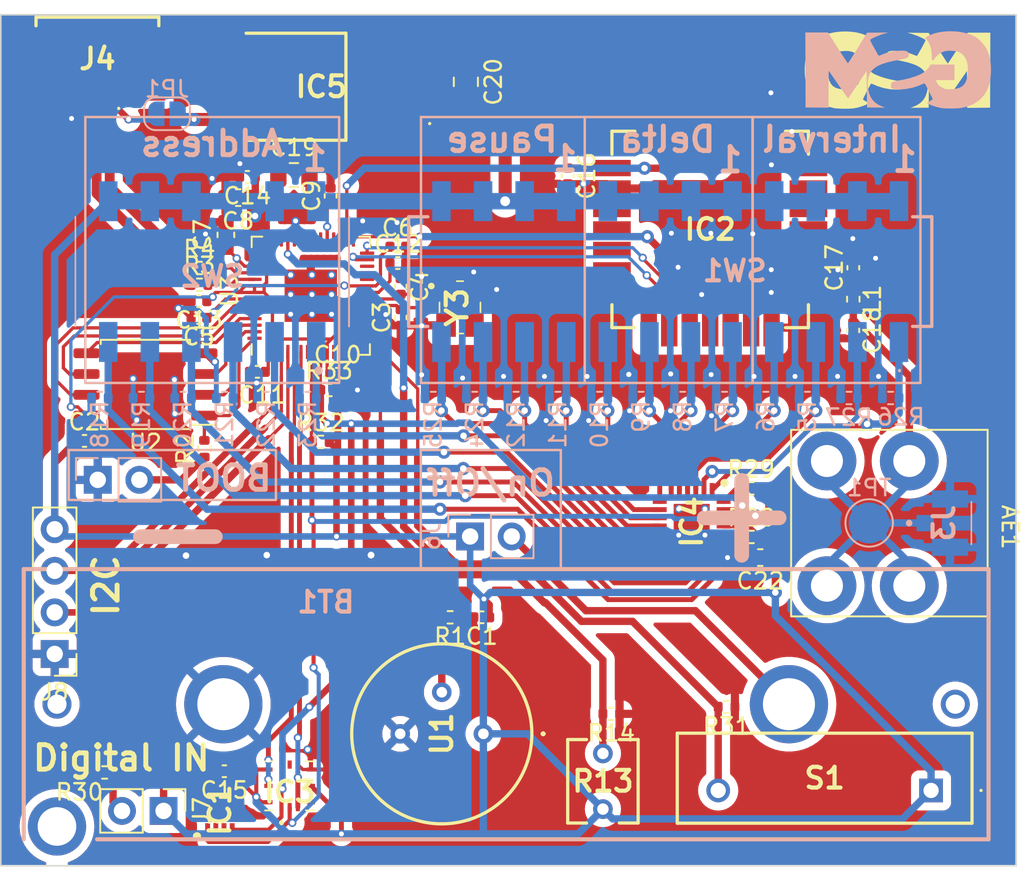
<source format=kicad_pcb>
(kicad_pcb (version 20221018) (generator pcbnew)
  (layers (0 "F.Cu" signal) (31 "B.Cu" signal) (34 "B.Paste" user) (35 "F.Paste" user) (36 "B.SilkS" user "B.Silkscreen") (37 "F.SilkS" user "F.Silkscreen") (38 "B.Mask" user) (39 "F.Mask" user) (44 "Edge.Cuts" user))
  (net 0 "")
  (net 1 "GND")
  (net 3 "+3.3V")
  (net 5 "VCC")
  (net 6 "/LoRa/PA13")
  (net 7 "/LoRa/PA14")
  (net 8 "/LoRa/PB15")
  (net 9 "/LoRa/PA15")
  (net 10 "/LoRa/PB4")
  (net 11 "/LoRa/PB3")
  (net 12 "/LoRa/PB5")
  (net 13 "/LoRa/PC1")
  (net 14 "/LoRa/PC0")
  (net 15 "Net-(IC2-RFIO)")
  (net 16 "/LoRa/PA3")
  (net 17 "/LoRa/PA2")
  (net 18 "/LoRa/PB10")
  (net 19 "/LoRa/PA9")
  (net 20 "/LoRa/PA0")
  (net 21 "/LoRa/PB9")
  (net 22 "/LoRa/PB14")
  (net 23 "/LoRa/PA10")
  (net 24 "/LoRa/PB0")
  (net 25 "/RPI2040_main/GPIO20")
  (net 26 "/RPI2040_main/GPIO21")
  (net 27 "/RPI2040_main/GPIO22")
  (net 28 "/RPI2040_main/GPIO23")
  (net 29 "/RPI2040_main/GPIO24")
  (net 31 "/RPI2040_main/QSPI_SS")
  (net 32 "/RPI2040_main/QSPI_SD1")
  (net 33 "/RPI2040_main/QSPI_SD2")
  (net 34 "/RPI2040_main/QSPI_SD0")
  (net 35 "/RPI2040_main/QSPI_SCLK")
  (net 36 "/RPI2040_main/QSPI_SD3")
  (net 37 "Net-(AE1-A)")
  (net 38 "Net-(BT1-+)")
  (net 39 "/LoRa/TXD")
  (net 40 "/RPI2040_main/Vibration")
  (net 41 "/LoRa/RXD")
  (net 42 "/LoRa/Reset")
  (net 43 "/RPI2040_main/GPIO14")
  (net 44 "/RPI2040_main/GPIO15")
  (net 45 "Net-(U3-XIN)")
  (net 46 "Net-(U3-XOUT)")
  (net 47 "+1V1")
  (net 48 "/RPI2040_main/SWCLK")
  (net 49 "/RPI2040_main/SWD")
  (net 50 "/RPI2040_main/RUN")
  (net 51 "/RPI2040_main/ADC0")
  (net 52 "/RPI2040_main/LUX")
  (net 53 "/RPI2040_main/ADC2")
  (net 54 "/RPI2040_main/ADC3")
  (net 55 "/RPI2040_main/D-")
  (net 56 "/RPI2040_main/D+")
  (net 58 "Net-(J1-Pin_2)")
  (net 59 "/LoRa/Boot")
  (net 60 "/RPI2040_main/R7")
  (net 61 "/RPI2040_main/SDA")
  (net 62 "/RPI2040_main/SCL")
  (net 63 "/RPI2040_main/PIR")
  (net 64 "/RPI2040_main/AIR_INT")
  (net 65 "/RPI2040_main/AIR_RES")
  (net 68 "/RPI2040_main/R6")
  (net 69 "/RPI2040_main/R5")
  (net 70 "/RPI2040_main/R4")
  (net 71 "/RPI2040_main/R3")
  (net 72 "/RPI2040_main/R2")
  (net 73 "/RPI2040_main/R1")
  (net 74 "/RPI2040_main/R0")
  (net 75 "/RPI2040_main/C0")
  (net 76 "/RPI2040_main/C1")
  (net 77 "/RPI2040_main/C2")
  (net 78 "/RPI2040_main/C3")
  (net 79 "/RPI2040_main/C4")
  (net 80 "/RPI2040_main/C5")
  (net 81 "/RPI2040_main/C6")
  (net 82 "/RPI2040_main/C7")
  (net 83 "/RPI2040_main/C8")
  (net 84 "/RPI2040_main/C9")
  (net 85 "Net-(IC4-~{RST})")
  (net 86 "Net-(IC4-~{INT})")
  (net 87 "/RPI2040_main/Digital_in")
  (net 88 "/RPI2040_main/SDA0")
  (net 89 "/RPI2040_main/SCL0")
  (net 94 "Net-(IC5-OUTPUT)")
  (net 95 "Net-(JP1-A)")
  (footprint "SamacSys_Parts3:ZMOD4410AI1R" (layer "F.Cu") (at 226.64 144.12)
    (fp_text reference "IC3")
    (fp_text value "ZMOD4410AI1R" hide)
  )
  (footprint "Resistor_SMD:R_0402_1005Metric" (layer "F.Cu") (at 221.13 112.475)
    (fp_text reference "R4")
    (fp_text value "27")
  )
  (footprint "Capacitor_SMD:C_0402_1005Metric" (layer "F.Cu") (at 233.245 111.175)
    (fp_text reference "C6")
    (fp_text value "100nf")
  )
  (footprint "Resistor_SMD:R_0402_1005Metric" (layer "F.Cu") (at 221.43 123.52 90)
    (fp_text reference "R2")
    (fp_text value "1K")
  )
  (footprint "SamacSys_Parts2:LoRaE5" (layer "F.Cu") (at 252.32 110.12)
    (fp_text reference "IC2")
    (fp_text value "LoRa-E5" hide)
  )
  (footprint "Resistor_SMD:R_0402_1005Metric" (layer "F.Cu") (at 215.34 143.3)
    (fp_text reference "R30")
    (fp_text value "10K")
  )
  (footprint "Resistor_SMD:R_0402_1005Metric" (layer "F.Cu") (at 253.32 139.3 180)
    (fp_text reference "R31")
    (fp_text value "10K")
  )
  (footprint "Resistor_SMD:R_0402_1005Metric" (layer "F.Cu") (at 254.82 125.94)
    (fp_text reference "R29")
    (fp_text value "10K")
  )
  (footprint "Capacitor_SMD:C_0402_1005Metric" (layer "F.Cu") (at 233.42 115.5 90)
    (fp_text reference "C3")
    (fp_text value "27pf")
  )
  (footprint "Resistor_SMD:R_0402_1005Metric" (layer "F.Cu") (at 228.54 123.1)
    (fp_text reference "R32")
    (fp_text value "10K")
  )
  (footprint "Capacitor_SMD:C_0402_1005Metric" (layer "F.Cu") (at 229.57 118.94)
    (fp_text reference "C10")
    (fp_text value "100nf")
  )
  (footprint "Capacitor_SMD:C_0402_1005Metric" (layer "F.Cu") (at 238.37 133.82 180)
    (fp_text reference "C1")
    (fp_text value "100nf")
  )
  (footprint "Capacitor_SMD:C_0805_2012Metric" (layer "F.Cu") (at 226.9 106.8)
    (fp_text reference "C19")
    (fp_text value "10uf")
  )
  (footprint "Resistor_SMD:R_0402_1005Metric" (layer "F.Cu") (at 246.2775 139.72 180)
    (fp_text reference "R14")
    (fp_text value "10K")
  )
  (footprint "Capacitor_SMD:C_0402_1005Metric" (layer "F.Cu") (at 221.1 115.525 180)
    (fp_text reference "C5")
    (fp_text value "100nf")
  )
  (footprint "Connector_PinHeader_2.54mm:PinHeader_1x02_P2.54mm_Vertical" (layer "F.Cu") (at 218.94 145.65 -90)
    (fp_text reference "J7")
    (fp_text value "Digital_in")
  )
  (footprint "Resistor_SMD:R_0402_1005Metric" (layer "F.Cu") (at 236.44 133.82 180)
    (fp_text reference "R1")
    (fp_text value "10K")
  )
  (footprint "Package_SO:SOIC-8_5.23x5.23mm_P1.27mm" (layer "F.Cu") (at 217.83 119.59 180)
    (fp_text reference "U2")
    (fp_text value "W25Q128JVS")
  )
  (footprint "Resistor_SMD:R_0402_1005Metric" (layer "F.Cu") (at 221.13 113.5)
    (fp_text reference "R3")
    (fp_text value "27")
  )
  (footprint "Capacitor_SMD:C_0402_1005Metric" (layer "F.Cu") (at 221.1 114.5 180)
    (fp_text reference "C13")
    (fp_text value "100nf")
  )
  (footprint "Resistor_SMD:R_0402_1005Metric" (layer "F.Cu") (at 261.06 114.38 -90)
    (fp_text reference "L1")
    (fp_text value "0R")
  )
  (footprint "Capacitor_SMD:C_0603_1608Metric" (layer "F.Cu") (at 223.495 108.175 180)
    (fp_text reference "C8")
    (fp_text value "1uf")
  )
  (footprint "Capacitor_SMD:C_0402_1005Metric" (layer "F.Cu") (at 233.245 112.175)
    (fp_text reference "C12")
    (fp_text value "100nf")
  )
  (footprint "Capacitor_SMD:C_0805_2012Metric" (layer "F.Cu") (at 237.4 101.1 -90)
    (fp_text reference "C20")
    (fp_text value "10uf")
  )
  (footprint "Package_DFN_QFN:QFN-56-1EP_7x7mm_P0.4mm_EP3.2x3.2mm" (layer "F.Cu") (at 227.93 114.17 90)
    (fp_text reference "U3")
    (fp_text value "RP2040")
  )
  (footprint "Capacitor_SMD:C_0402_1005Metric" (layer "F.Cu") (at 224.67 118.82 180)
    (fp_text reference "C11")
    (fp_text value "100nf")
  )
  (footprint "SamacSys_Parts2:SON50P250X250X100-9N-D" (layer "F.Cu") (at 222.38 145.6 90)
    (fp_text reference "IC1")
    (fp_text value "SHT30-DIS-B10KS" hide)
  )
  (footprint "Capacitor_SMD:C_0402_1005Metric" (layer "F.Cu") (at 233.42 113.6 -90)
    (fp_text reference "C4")
    (fp_text value "27pf")
  )
  (footprint "SamacSys_Parts3:QFN50P400X400X80-25N-D" (layer "F.Cu") (at 251.19 127.99 -90)
    (fp_text reference "IC4")
    (fp_text value "ADP5587ACPZ-R7" hide)
  )
  (footprint "Capacitor_SMD:C_0402_1005Metric" (layer "F.Cu") (at 261.06 112.46 90)
    (fp_text reference "C17")
    (fp_text value "NC")
  )
  (footprint "Capacitor_SMD:C_0402_1005Metric" (layer "F.Cu") (at 243.62 106.85 -90)
    (fp_text reference "C16")
    (fp_text value "4,7uf")
  )
  (footprint "SamacSys_Parts2:X322512MSB4SI" (layer "F.Cu") (at 237.04 114.88 -90)
    (fp_text reference "Y3")
    (fp_text value "12MHz" hide)
  )
  (footprint "Capacitor_SMD:C_0402_1005Metric" (layer "F.Cu") (at 222.65 143.225 180)
    (fp_text reference "C15")
    (fp_text value "100nf")
  )
  (footprint "Resistor_SMD:R_0402_1005Metric" (layer "F.Cu") (at 254.83 128.91)
    (fp_text reference "R28")
    (fp_text value "10K")
  )
  (footprint "SamacSys_Parts2:EKMB1107111" (layer "F.Cu") (at 238.47 140.94 90)
    (fp_text reference "U1")
    (fp_text value "EKMB1107111" hide)
  )
  (footprint "SamacSys_Parts3:101181920002LF" (layer "F.Cu") (at 214.9 99.7 180)
    (fp_text reference "J4")
    (fp_text value "10118192-0002LF" hide)
  )
  (footprint "SamacSys_Parts:02LDR1" (layer "F.Cu") (at 245.77 145.54)
    (fp_text reference "R13")
    (fp_text value "R_Photo" hide)
  )
  (footprint "SELF_MADE:Event_alarm_antenna" (layer "F.Cu") (at 262.73 128.054 -90)
    (fp_text reference "AE1")
    (fp_text value "Antenna")
  )
  (footprint "Resistor_SMD:R_0402_1005Metric" (layer "F.Cu") (at 229.05 119.93)
    (fp_text reference "R33")
    (fp_text value "10K")
  )
  (footprint "Capacitor_SMD:C_0402_1005Metric" (layer "F.Cu") (at 214.11 123.04)
    (fp_text reference "C2")
    (fp_text value "100nf")
  )
  (footprint "SamacSys_Parts3:NCP1117IDT33T4G" (layer "F.Cu") (at 227.028 101.4)
    (fp_text reference "IC5")
    (fp_text value "NCP1117IDT33T4G" hide)
  )
  (footprint "Capacitor_SMD:C_0603_1608Metric" (layer "F.Cu") (at 255.38 130.17 180)
    (fp_text reference "C22")
    (fp_text value "1uf")
  )
  (footprint "SamacSys_Parts3:4081" (layer "F.Cu") (at 265.81 144.4 180)
    (fp_text reference "S1")
    (fp_text value "4081" hide)
  )
  (footprint "Capacitor_SMD:C_0402_1005Metric" (layer "F.Cu") (at 229.14 108.07 90)
    (fp_text reference "C9")
    (fp_text value "100nf")
  )
  (footprint "Capacitor_SMD:C_0603_1608Metric" (layer "F.Cu") (at 222.745 110.45 90)
    (fp_text reference "C7")
    (fp_text value "1uf")
  )
  (footprint "Connector_PinHeader_2.54mm:PinHeader_1x04_P2.54mm_Vertical" (layer "F.Cu") (at 212.29 136.06 180)
    (fp_text reference "J8")
    (fp_text value "I2C")
  )
  (footprint "Capacitor_SMD:C_0402_1005Metric" (layer "F.Cu") (at 224.06 106.91 180)
    (fp_text reference "C14")
    (fp_text value "100nf")
  )
  (footprint "LOGO" (layer "F.Cu") (at 263.99 100.49)
    (fp_text reference "G***" hide)
    (fp_text value "LOGO" hide)
  )
  (footprint "Capacitor_SMD:C_0402_1005Metric" (layer "F.Cu") (at 261.06 116.29 -90)
    (fp_text reference "C18")
    (fp_text value "NC")
  )
  (footprint "SamacSys_Parts3:21912LPST" (layer "B.Cu") (at 249.88 112.695 180)
    (fp_text reference "SW1")
    (fp_text value "SW_DIP_x12" hide)
  )
  (footprint "Resistor_SMD:R_0402_1005Metric" (layer "B.Cu") (at 253.2 120.42)
    (fp_text reference "R7")
    (fp_text value "10K")
  )
  (footprint "Connector_PinHeader_2.54mm:PinHeader_1x02_P2.54mm_Vertical" (layer "B.Cu") (at 237.66 128.88 -90)
    (fp_text reference "J6")
    (fp_text value "ON/OFF")
  )
  (footprint "Resistor_SMD:R_0402_1005Metric" (layer "B.Cu") (at 263.34 120.42)
    (fp_text reference "R26")
    (fp_text value "10K")
  )
  (footprint "Connector_PinHeader_2.54mm:PinHeader_1x02_P2.54mm_Vertical" (layer "B.Cu") (at 214.92 125.42 -90)
    (fp_text reference "J1" hide)
    (fp_text value "Conn_01x02")
  )
  (footprint "Resistor_SMD:R_0402_1005Metric" (layer "B.Cu") (at 248.1 120.42)
    (fp_text reference "R9")
    (fp_text value "10K")
  )
  (footprint "Resistor_SMD:R_0402_1005Metric" (layer "B.Cu") (at 258.26 120.42)
    (fp_text reference "R5")
    (fp_text value "10K")
  )
  (footprint "SamacSys_Parts3:2196LPST" (layer "B.Cu") (at 221.91 112.695 180)
    (fp_text reference "SW2")
    (fp_text value "SW_DIP_x06" hide)
  )
  (footprint "TestPoint:TestPoint_Pad_D2.5mm" (layer "B.Cu") (at 262.03 128.054 180)
    (fp_text reference "TP1")
    (fp_text value "Antenne")
  )
  (footprint "Resistor_SMD:R_0402_1005Metric" (layer "B.Cu") (at 220.13 120.42)
    (fp_text reference "R20")
    (fp_text value "10K")
  )
  (footprint "Resistor_SMD:R_0402_1005Metric" (layer "B.Cu") (at 222.67 120.42)
    (fp_text reference "R21")
    (fp_text value "10K")
  )
  (footprint "Resistor_SMD:R_0402_1005Metric" (layer "B.Cu") (at 240.47 120.42)
    (fp_text reference "R12")
    (fp_text value "10K")
  )
  (footprint "Resistor_SMD:R_0402_1005Metric" (layer "B.Cu") (at 215.05 120.42)
    (fp_text reference "R18")
    (fp_text value "10K")
  )
  (footprint "Resistor_SMD:R_0402_1005Metric" (layer "B.Cu") (at 235.41 120.42)
    (fp_text reference "R25")
    (fp_text value "10K")
  )
  (footprint "Resistor_SMD:R_0402_1005Metric" (layer "B.Cu") (at 227.75 120.42)
    (fp_text reference "R23")
    (fp_text value "10K")
  )
  (footprint "Resistor_SMD:R_0402_1005Metric" (layer "B.Cu") (at 225.21 120.42)
    (fp_text reference "R22")
    (fp_text value "10K")
  )
  (footprint "Resistor_SMD:R_0402_1005Metric" (layer "B.Cu") (at 217.59 120.42)
    (fp_text reference "R19")
    (fp_text value "10K")
  )
  (footprint "Resistor_SMD:R_0402_1005Metric" (layer "B.Cu") (at 243.02 120.42)
    (fp_text reference "R11")
    (fp_text value "10K")
  )
  (footprint "Resistor_SMD:R_0402_1005Metric" (layer "B.Cu") (at 255.72 120.42)
    (fp_text reference "R6")
    (fp_text value "10K")
  )
  (footprint "Resistor_SMD:R_0402_1005Metric" (layer "B.Cu") (at 260.8 120.42)
    (fp_text reference "R27")
    (fp_text value "10K")
  )
  (footprint "SamacSys_Parts2:23370191" (layer "B.Cu") (at 266.97 128.065 90)
    (fp_text reference "J3")
    (fp_text value "2337019-1" hide)
  )
  (footprint "Resistor_SMD:R_0402_1005Metric" (layer "B.Cu") (at 237.94 120.42)
    (fp_text reference "R24")
    (fp_text value "10K")
  )
  (footprint "Jumper:SolderJumper-2_P1.3mm_Open_RoundedPad1.0x1.5mm" (layer "B.Cu") (at 219.15 103.05)
    (fp_text reference "JP1")
    (fp_text value "Jumper_2_Open")
  )
  (footprint "Resistor_SMD:R_0402_1005Metric" (layer "B.Cu") (at 250.64 120.42)
    (fp_text reference "R8")
    (fp_text value "10K")
  )
  (footprint "LOGO" (layer "B.Cu") (at 263.570499 100.477257 180)
    (fp_text reference "G***" hide)
    (fp_text value "LOGO" hide)
  )
  (footprint "Resistor_SMD:R_0402_1005Metric" (layer "B.Cu") (at 245.56 120.42)
    (fp_text reference "R10")
    (fp_text value "10K")
  )
  (footprint "SamacSys_Parts3:BHAA-3" (layer "B.Cu") (at 239.86 139.13 180)
    (fp_text reference "BT1")
    (fp_text value "Battery_Cell" hide)
  )
  (gr_rect (start 254.91 103.25) (end 265.16 119.5) (stroke (width 0.15)) (fill none) (layer "B.SilkS"))
  (gr_rect (start 214.16 103.25) (end 229.66 119.5) (stroke (width 0.15)) (fill none) (layer "B.SilkS"))
  (gr_rect (start 244.66 103.25) (end 254.91 119.5) (stroke (width 0.15)) (fill none) (layer "B.SilkS"))
  (gr_rect (start 213.15 123.6) (end 225.8 126.65) (stroke (width 0.15)) (fill none) (layer "B.SilkS"))
  (gr_rect (start 234.66 103.25) (end 244.66 119.5) (stroke (width 0.15)) (fill none) (layer "B.SilkS"))
  (gr_rect (start 234.65 123.6) (end 243.2 130.85) (stroke (width 0.15)) (fill none) (layer "B.SilkS"))
  (gr_rect (start 209 97) (end 271 149) (stroke (width 0.1)) (fill none) (layer "Edge.Cuts"))
  (gr_text "1" (at 265.12 106.72) (layer "B.SilkS") (effects (font (size 1.5 1.5) (thickness 0.3) bold) (justify left bottom mirror)))
  (gr_text "Address" (at 226.41 105.75) (layer "B.SilkS") (effects (font (size 1.5 1.5) (thickness 0.3) bold) (justify left bottom mirror)))
  (gr_text "1" (at 254.45 106.75) (layer "B.SilkS") (effects (font (size 1.5 1.5) (thickness 0.3) bold) (justify left bottom mirror)))
  (gr_text "1" (at 229.1 106.66) (layer "B.SilkS") (effects (font (size 1.5 1.5) (thickness 0.3) bold) (justify left bottom mirror)))
  (gr_text "+" (at 258.55 130.81) (layer "B.SilkS") (effects (font (size 6 6) (thickness 0.9)) (justify left bottom mirror)))
  (gr_text "On/Off" (at 243 126.5) (layer "B.SilkS") (effects (font (size 1.5 1.5) (thickness 0.3) bold) (justify left bottom mirror)))
  (gr_text "Delta" (at 252.8 105.5) (layer "B.SilkS") (effects (font (size 1.5 1.5) (thickness 0.3) bold) (justify left bottom mirror)))
  (gr_text "1" (at 244.38 106.68) (layer "B.SilkS") (effects (font (size 1.5 1.5) (thickness 0.3) bold) (justify left bottom mirror)))
  (gr_text "BOOT" (at 225.7 126.2) (layer "B.SilkS") (effects (font (size 1.5 1.5) (thickness 0.3) bold) (justify left bottom mirror)))
  (gr_text "Interval" (at 264.16 105.5) (layer "B.SilkS") (effects (font (size 1.5 1.5) (thickness 0.3) bold) (justify left bottom mirror)))
  (gr_text "-" (at 224.12 131.96) (layer "B.SilkS") (effects (font (size 6 6) (thickness 0.9)) (justify left bottom mirror)))
  (gr_text "Pause" (at 243.16 105.5) (layer "B.SilkS") (effects (font (size 1.5 1.5) (thickness 0.3) bold) (justify left bottom mirror)))
  (gr_text "Digital IN" (at 210.8 143.3) (layer "F.SilkS") (effects (font (size 1.5 1.5) (thickness 0.3) bold) (justify left bottom)))
  (gr_text "I2C" (at 216.3 133.9 90) (layer "F.SilkS") (effects (font (size 1.5 1.5) (thickness 0.3) bold) (justify left bottom)))
  (segment (start 227.84 142.5) (end 227.84 142.0005) (width 0.2) (layer "F.Cu") (net 1))
  (segment (start 230.05 119.2) (end 230.78 119.93) (width 0.3) (layer "F.Cu") (net 1))
  (segment (start 222.13 144.4) (end 221.63 144.4) (width 0.2) (layer "F.Cu") (net 1))
  (segment (start 222.13 146.8) (end 222.13 145.85) (width 0.2) (layer "F.Cu") (net 1))
  (segment (start 213.6 101.575) (end 213.6 103.06) (width 0.4) (layer "F.Cu") (net 1))
  (segment (start 231.3675 115.17) (end 232.3605 115.17) (width 0.2) (layer "F.Cu") (net 1))
  (segment (start 222.13 144.4) (end 222.13 143.265) (width 0.2) (layer "F.Cu") (net 1))
  (segment (start 227.94 143.12) (end 227.94 142.6) (width 0.2) (layer "F.Cu") (net 1))
  (segment (start 224.19 118.82) (end 224.19 119.07) (width 0.3) (layer "F.Cu") (net 1))
  (segment (start 222.13 143.265) (end 222.17 143.225) (width 0.2) (layer "F.Cu") (net 1))
  (segment (start 233.42 115.98) (end 233.1705 115.98) (width 0.2) (layer "F.Cu") (net 1))
  (segment (start 224.19 119.07) (end 224.62 119.5) (width 0.3) (layer "F.Cu") (net 1))
  (segment (start 222.13 145.85) (end 222.38 145.6) (width 0.2) (layer "F.Cu") (net 1))
  (segment (start 220.18 114.94) (end 220.62 114.5) (width 0.3) (layer "F.Cu") (net 1))
  (segment (start 237.89 113.78) (end 239.27 113.78) (width 0.3) (layer "F.Cu") (net 1))
  (segment (start 221.9505 118.2055) (end 221.43 117.685) (width 0.3) (layer "F.Cu") (net 1))
  (segment (start 219.84 114.94) (end 220.035 114.94) (width 0.3) (layer "F.Cu") (net 1))
  (segment (start 237.89 113.78) (end 237.89 112.73) (width 0.3) (layer "F.Cu") (net 1))
  (segment (start 222.07 118.2055) (end 221.9505 118.2055) (width 0.3) (layer "F.Cu") (net 1))
  (segment (start 220.035 114.94) (end 220.62 115.525) (width 0.3) (layer "F.Cu") (net 1))
  (segment (start 221.63 144.4) (end 221.63 144.85) (width 0.2) (layer "F.Cu") (net 1))
  (segment (start 227.14 142.82) (end 227.14 141.99) (width 0.2) (layer "F.Cu") (net 1))
  (segment (start 221.63 144.85) (end 222.38 145.6) (width 0.2) (layer "F.Cu") (net 1))
  (segment (start 227.6695 141.97) (end 227.7395 141.9) (width 0.2) (layer "F.Cu") (net 1))
  (segment (start 219.84 114.94) (end 220.18 114.94) (width 0.3) (layer "F.Cu") (net 1))
  (segment (start 230.05 118.94) (end 230.05 119.2) (width 0.3) (layer "F.Cu") (net 1))
  (segment (start 239.27 113.78) (end 239.28 113.79) (width 0.3) (layer "F.Cu") (net 1))
  (segment (start 243.62 107.33) (end 246.03 107.33) (width 0.45) (layer "F.Cu") (net 1))
  (segment (start 226.14 141.97) (end 227.6695 141.97) (width 0.2) (layer "F.Cu") (net 1))
  (segment (start 227.84 142.0005) (end 227.7395 141.9) (width 0.2) (layer "F.Cu") (net 1))
  (segment (start 237.89 112.73) (end 237.88 112.72) (width 0.3) (layer "F.Cu") (net 1))
  (segment (start 222.13 144.4) (end 222.13 145.35) (width 0.2) (layer "F.Cu") (net 1))
  (segment (start 222.13 145.35) (end 222.38 145.6) (width 0.2) (layer "F.Cu") (net 1))
  (segment (start 227.94 142.6) (end 227.84 142.5) (width 0.2) (layer "F.Cu") (net 1))
  (segment (start 233.1705 115.98) (end 232.51 115.3195) (width 0.2) (layer "F.Cu") (net 1))
  (segment (start 213.6 103.06) (end 213.32 103.34) (width 0.4) (layer "F.Cu") (net 1))
  (segment (start 227.14 141.99) (end 227.6495 141.99) (width 0.2) (layer "F.Cu") (net 1))
  (segment (start 227.6495 141.99) (end 227.7395 141.9) (width 0.2) (layer "F.Cu") (net 1))
  (segment (start 253.14 129.93) (end 253.38 130.17) (width 0.3) (layer "F.Cu") (net 1))
  (segment (start 226.14 142.82) (end 226.14 141.97) (width 0.2) (layer "F.Cu") (net 1))
  (segment (start 227.44 143.12) (end 227.14 142.82) (width 0.2) (layer "F.Cu") (net 1))
  (segment (start 232.3605 115.17) (end 232.51 115.3195) (width 0.2) (layer "F.Cu") (net 1))
  (segment (start 253.14 129.24) (end 253.14 129.93) (width 0.3) (layer "F.Cu") (net 1))
  (segment (start 227.94 143.12) (end 227.44 143.12) (width 0.2) (layer "F.Cu") (net 1))
  (via (at 229.2 114.1) (size 0.5) (drill 0.3) (layers "F.Cu" "B.Cu") (net 1))
  (via (at 261.03 110.68) (size 0.5) (drill 0.3) (layers "F.Cu" "B.Cu") (net 1))
  (via (at 249.91 118.95) (size 0.5) (drill 0.3) (layers "F.Cu" "B.Cu") (net 1))
  (via (at 228 112.9) (size 0.5) (drill 0.3) (layers "F.Cu" "B.Cu") (net 1))
  (via (at 260.12 112.59) (size 0.5) (drill 0.3) (layers "F.Cu" "B.Cu") (net 1))
  (via (at 252.4 121.5) (size 0.5) (drill 0.3) (layers "F.Cu" "B.Cu") (net 1))
  (via (at 252.38 118.99) (size 0.5) (drill 0.3) (layers "F.Cu" "B.Cu") (net 1))
  (via (at 229.2 112.9) (size 0.5) (drill 0.3) (layers "F.Cu" "B.Cu") (net 1))
  (via (at 252 127.2) (size 0.5) (drill 0.3) (layers "F.Cu" "B.Cu") (net 1))
  (via (at 256.06 106.17) (size 0.5) (drill 0.3) (layers "F.Cu" "B.Cu") (net 1))
  (via (at 237.88 112.72) (size 0.5) (drill 0.3) (layers "F.Cu" "B.Cu") (net 1))
  (via (at 228 115.3) (size 0.5) (drill 0.3) (layers "F.Cu" "B.Cu") (net 1))
  (via (at 221.9 107) (size 0.5) (drill 0.3) (layers "F.Cu" "B.Cu") (net 1))
  (via (at 252.36 110.35) (size 0.5) (drill 0.3) (layers "F.Cu" "B.Cu") (net 1))
  (via (at 247.35 118.98) (size 0.5) (drill 0.3) (layers "F.Cu" "B.Cu") (net 1))
  (via (at 226.7 112.9) (size 0.5) (drill 0.3) (layers "F.Cu" "B.Cu") (net 1))
  (via (at 253.38 130.17) (size 0.5) (drill 0.3) (layers "F.Cu" "B.Cu") (net 1))
  (via (at 255 119.1) (size 0.5) (drill 0.3) (layers "F.Cu" "B.Cu") (net 1))
  (via (at 254.92 110.39) (size 0.5) (drill 0.3) (layers "F.Cu" "B.Cu") (net 1))
  (via (at 256.05 112.58) (size 0.5) (drill 0.3) (layers "F.Cu" "B.Cu") (net 1))
  (via (at 234.7 116) (size 0.5) (drill 0.3) (layers "F.Cu" "B.Cu") (net 1))
  (via (at 244.57 107.33) (size 0.5) (drill 0.3) (layers "F.Cu" "B.Cu") (net 1))
  (via (at 249.95 110.35) (size 0.5) (drill 0.3) (layers "F.Cu" "B.Cu") (net 1))
  (via (at 251.8 114.1) (size 0.5) (drill 0.3) (layers "F.Cu" "B.Cu") (net 1))
  (via (at 230.78 119.93) (size 0.5) (drill 0.3) (layers "F.Cu" "B.Cu") (net 1))
  (via (at 242.3 121.8) (size 0.5) (drill 0.3) (layers "F.Cu" "B.Cu") (net 1))
  (via (at 250.36 112.43) (size 0.5) (drill 0.3) (layers "F.Cu" "B.Cu") (net 1))
  (via (at 217.3 121.76) (size 0.5) (drill 0.3) (layers "F.Cu" "B.Cu") (net 1))
  (via (at 226.7 112.9) (size 0.5) (drill 0.3) (layers "F.Cu" "B.Cu") (net 1))
  (via (at 231.61 130.02) (size 0.8) (drill 0.4) (layers "F.Cu" "B.Cu") (net 1))
  (via (at 227.7395 141.9) (size 0.5) (drill 0.3) (layers "F.Cu" "B.Cu") (net 1))
  (via (at 260.1 119.1) (size 0.5) (drill 0.3) (layers "F.Cu" "B.Cu") (net 1))
  (via (at 221.5 110.4) (size 0.5) (drill 0.3) (layers "F.Cu" "B.Cu") (net 1))
  (via (at 227 109.6) (size 0.5) (drill 0.3) (layers "F.Cu" "B.Cu") (net 1))
  (via (at 217.08 119.24) (size 0.5) (drill 0.3) (layers "F.Cu" "B.Cu") (net 1))
  (via (at 231.61 130.02) (size 0.8) (drill 0.4) (layers "F.Cu" "B.Cu") (net 1))
  (via (at 256.03 101.77) (size 0.5) (drill 0.3) (layers "F.Cu" "B.Cu") (net 1))
  (via (at 219.84 114.94) (size 0.5) (drill 0.3) (layers "F.Cu" "B.Cu") (net 1))
  (via (at 228 114.1) (size 0.5) (drill 0.3) (layers "F.Cu" "B.Cu") (net 1))
  (via (at 257.5 119.1) (size 0.5) (drill 0.3) (layers "F.Cu" "B.Cu") (net 1))
  (via (at 213.32 103.34) (size 0.5) (drill 0.3) (layers "F.Cu" "B.Cu") (net 1))
  (via (at 250.4 128.8) (size 0.5) (drill 0.3) (layers "F.Cu" "B.Cu") (net 1))
  (via (at 262.42 111.88) (size 0.5) (drill 0.3) (layers "F.Cu" "B.Cu") (net 1))
  (via (at 239.28 113.79) (size 0.5) (drill 0.3) (layers "F.Cu" "B.Cu") (net 1))
  (via (at 242.2 119.1) (size 0.5) (drill 0.3) (layers "F.Cu" "B.Cu") (net 1))
  (via (at 220.31 130.05) (size 0.8) (drill 0.4) (layers "F.Cu" "B.Cu") (net 1))
  (via (at 226.7 115.3) (size 0.5) (drill 0.3) (layers "F.Cu" "B.Cu") (net 1))
  (via (at 223.6 106.1) (size 0.5) (drill 0.3) (layers "F.Cu" "B.Cu") (net 1))
  (via (at 239.7 119.1) (size 0.5) (drill 0.3) (layers "F.Cu" "B.Cu") (net 1))
  (via (at 250.4 127.2) (size 0.5) (drill 0.3) (layers "F.Cu" "B.Cu") (net 1))
  (via (at 247.4 121.2) (size 0.5) (drill 0.3) (layers "F.Cu" "B.Cu") (net 1))
  (via (at 234.7 113) (size 0.5) (drill 0.3) (layers "F.Cu" "B.Cu") (net 1))
  (via (at 244.9 121.8) (size 0.5) (drill 0.3) (layers "F.Cu" "B.Cu") (net 1))
  (via (at 257.31 104.13) (size 0.5) (drill 0.3) (layers "F.Cu" "B.Cu") (net 1))
  (via (at 219.63 121.38) (size 0.5) (drill 0.3) (layers "F.Cu" "B.Cu") (net 1))
  (via (at 225.24 130.02) (size 0.8) (drill 0.4) (layers "F.Cu" "B.Cu") (net 1))
  (via (at 234.7 119) (size 0.5) (drill 0.3) (layers "F.Cu" "B.Cu") (net 1))
  (via (at 247.35 118.98) (size 0.5) (drill 0.3) (layers "F.Cu" "B.Cu") (net 1))
  (via (at 226.7 114.1) (size 0.5) (drill 0.3) (layers "F.Cu" "B.Cu") (net 1))
  (via (at 237.2 119.2) (size 0.5) (drill 0.3) (layers "F.Cu" "B.Cu") (net 1))
  (via (at 229.2 115.3) (size 0.5) (drill 0.3) (layers "F.Cu" "B.Cu") (net 1))
  (via (at 224.62 119.5) (size 0.5) (drill 0.3) (layers "F.Cu" "B.Cu") (net 1))
  (via (at 231.61 130.02) (size 0.8) (drill 0.4) (layers "F.Cu" "B.Cu") (net 1))
  (via (at 233.2 109.7) (size 0.5) (drill 0.3) (layers "F.Cu" "B.Cu") (net 1))
  (via (at 247.35 118.98) (size 0.5) (drill 0.3) (layers "F.Cu" "B.Cu") (net 1))
  (via (at 232.51 115.3195) (size 0.5) (drill 0.3) (layers "F.Cu" "B.Cu") (net 1))
  (via (at 256.05 113.97) (size 0.5) (drill 0.3) (layers "F.Cu" "B.Cu") (net 1))
  (via (at 244.8 119.1) (size 0.5) (drill 0.3) (layers "F.Cu" "B.Cu") (net 1))
  (via (at 219.6 119.3) (size 0.5) (drill 0.3) (layers "F.Cu" "B.Cu") (net 1))
  (via (at 252 128.8) (size 0.5) (drill 0.3) (layers "F.Cu" "B.Cu") (net 1))
  (via (at 222.07 118.2055) (size 0.5) (drill 0.3) (layers "F.Cu" "B.Cu") (net 1))
  (via (at 249.91 118.95) (size 0.5) (drill 0.3) (layers "F.Cu" "B.Cu") (net 1))
  (via (at 249.9 121.2) (size 0.5) (drill 0.3) (layers "F.Cu" "B.Cu") (net 1))
  (via (at 262.6 119.1) (size 0.5) (drill 0.3) (layers "F.Cu" "B.Cu") (net 1))
  (via (at 231.1 109.6) (size 0.5) (drill 0.3) (layers "F.Cu" "B.Cu") (net 1))
  (segment (start 217.08 121.54) (end 217.3 121.76) (width 0.3) (layer "B.Cu") (net 1))
  (segment (start 221.555 117.6905) (end 221.555 115.557056) (width 0.3) (layer "B.Cu") (net 1))
  (segment (start 224.62 120.34) (end 224.7 120.42) (width 0.3) (layer "B.Cu") (net 1))
  (segment (start 221.555 115.557056) (end 220.937944 114.94) (width 0.3) (layer "B.Cu") (net 1))
  (segment (start 219.62 119.32) (end 219.6 119.3) (width 0.3) (layer "B.Cu") (net 1))
  (segment (start 217.08 120.42) (end 217.08 121.54) (width 0.3) (layer "B.Cu") (net 1))
  (segment (start 219.62 120.42) (end 219.62 119.32) (width 0.3) (layer "B.Cu") (net 1))
  (segment (start 219.62 121.37) (end 219.63 121.38) (width 0.3) (layer "B.Cu") (net 1))
  (segment (start 217.08 120.42) (end 217.08 119.24) (width 0.3) (layer "B.Cu") (net 1))
  (segment (start 222.16 120.42) (end 222.16 118.2955) (width 0.3) (layer "B.Cu") (net 1))
  (segment (start 222.16 118.2955) (end 222.07 118.2055) (width 0.3) (layer "B.Cu") (net 1))
  (segment (start 224.62 119.5) (end 224.62 120.34) (width 0.3) (layer "B.Cu") (net 1))
  (segment (start 222.07 118.2055) (end 221.555 117.6905) (width 0.3) (layer "B.Cu") (net 1))
  (segment (start 220.937944 114.94) (end 219.84 114.94) (width 0.3) (layer "B.Cu") (net 1))
  (segment (start 219.62 120.42) (end 219.62 121.37) (width 0.3) (layer "B.Cu") (net 1))
  (segment (start 224.27 110.42) (end 224.4925 110.6425) (width 0.45) (layer "F.Cu") (net 3))
  (segment (start 224.27 111.02) (end 224.27 111.3475) (width 0.45) (layer "F.Cu") (net 3))
  (segment (start 224.4925 111.775) (end 224.4925 111.57) (width 0.2) (layer "F.Cu") (net 3))
  (segment (start 225.024975 113.57) (end 224.4925 113.57) (width 0.2) (layer "F.Cu") (net 3))
  (segment (start 229.5845 121.5) (end 229.5845 123.8155) (width 0.4) (layer "F.Cu") (net 3))
  (segment (start 223.977843 111.775) (end 224.31 111.775) (width 0.2) (layer "F.Cu") (net 3))
  (segment (start 223.13 143.33) (end 223.13 143.225) (width 0.25) (layer "F.Cu") (net 3))
  (segment (start 223.920183 113.57) (end 223.520183 113.97) (width 0.2) (layer "F.Cu") (net 3))
  (segment (start 224.27 111.735) (end 224.31 111.775) (width 0.45) (layer "F.Cu") (net 3))
  (segment (start 224.27 108.87) (end 224.27 109.045) (width 0.45) (layer "F.Cu") (net 3))
  (segment (start 212.29 124.38) (end 212.29 128.44) (width 0.45) (layer "F.Cu") (net 3))
  (segment (start 221.58 114.5) (end 221.68478 114.5) (width 0.2) (layer "F.Cu") (net 3))
  (segment (start 255.34 128.91) (end 254.67 128.24) (width 0.3) (layer "F.Cu") (net 3))
  (segment (start 224.6225 111.44) (end 224.4925 111.57) (width 0.2) (layer "F.Cu") (net 3))
  (segment (start 224.055686 111.97) (end 223.977843 111.892157) (width 0.2) (layer "F.Cu") (net 3))
  (segment (start 225.12 111.29) (end 225.12 110.8425) (width 0.2) (layer "F.Cu") (net 3))
  (segment (start 224.4925 111.97) (end 225.075 111.97) (width 0.2) (layer "F.Cu") (net 3))
  (segment (start 224.4925 111.775) (end 224.84 111.775) (width 0.2) (layer "F.Cu") (net 3))
  (segment (start 223.13 144.4) (end 223.13 143.225) (width 0.3) (layer "F.Cu") (net 3))
  (segment (start 225.12 111.775) (end 225.195 111.85) (width 0.2) (layer "F.Cu") (net 3))
  (segment (start 213.63 122.095) (end 213.63 123.04) (width 0.45) (layer "F.Cu") (net 3))
  (segment (start 224.4925 110.6425) (end 224.4925 110.6625) (width 0.45) (layer "F.Cu") (net 3))
  (segment (start 256.155 130.17) (end 256.155 129.725) (width 0.3) (layer "F.Cu") (net 3))
  (segment (start 224.6 144.8) (end 223.13 143.33) (width 0.25) (layer "F.Cu") (net 3))
  (segment (start 224.5225 109.2975) (end 225.205 109.98) (width 0.45) (layer "F.Cu") (net 3))
  (segment (start 255.33 125.94) (end 255.831218 126.441218) (width 0.3) (layer "F.Cu") (net 3))
  (segment (start 224.27 110.06) (end 224.27 110.11) (width 0.45) (layer "F.Cu") (net 3))
  (segment (start 225.0175 108.9225) (end 225.205 109.11) (width 0.45) (layer "F.Cu") (net 3))
  (segment (start 224.965 108.87) (end 224.27 108.87) (width 0.45) (layer "F.Cu") (net 3))
  (segment (start 223.520183 113.97) (end 222.11 113.97) (width 0.2) (layer "F.Cu") (net 3))
  (segment (start 224.4925 110.6625) (end 224.66 110.83) (width 0.45) (layer "F.Cu") (net 3))
  (segment (start 229.5 123.55) (end 229.05 123.1) (width 0.4) (layer "F.Cu") (net 3))
  (segment (start 224.27 108.87) (end 224.625 108.87) (width 0.45) (layer "F.Cu") (net 3))
  (segment (start 224.27 109.045) (end 224.5225 109.2975) (width 0.45) (layer "F.Cu") (net 3))
  (segment (start 222.11 113.97) (end 221.58 114.5) (width 0.2) (layer "F.Cu") (net 3))
  (segment (start 225.195 111.85) (end 225.33 111.715) (width 0.2) (layer "F.Cu") (net 3))
  (segment (start 218.94 145.65) (end 218.94 143.96) (width 0.45) (layer "F.Cu") (net 3))
  (segment (start 223.13 143.075969) (end 223.13 143.225) (width 0.45) (layer "F.Cu") (net 3))
  (segment (start 224.4925 113.97) (end 223.520183 113.97) (width 0.2) (layer "F.Cu") (net 3))
  (segment (start 229.5845 119.9545) (end 229.56 119.93) (width 0.4) (layer "F.Cu") (net 3))
  (segment (start 230.835025 113.97) (end 229.83 114.975025) (width 0.2) (layer "F.Cu") (net 3))
  (segment (start 229.37 119.16) (end 229.09 118.88) (width 0.4) (layer "F.Cu") (net 3))
  (segment (start 224.4925 111.97) (end 224.4925 111.775) (width 0.2) (layer "F.Cu") (net 3))
  (segment (start 224.625 108.87) (end 225.205 109.45) (width 0.45) (layer "F.Cu") (net 3))
  (segment (start 223.235 143.12) (end 223.13 143.225) (width 0.2) (layer "F.Cu") (net 3))
  (segment (start 229.187513 116.817513) (end 228.93 117.075025) (width 0.2) (layer "F.Cu") (net 3))
  (segment (start 237.4 100.15) (end 237.427082 100.15) (width 0.8) (layer "F.Cu") (net 3))
  (segment (start 225.33 111.715) (end 225.33 111.44) (width 0.2) (layer "F.Cu") (net 3))
  (segment (start 225.195 111.85) (end 225.23 111.885) (width 0.2) (layer "F.Cu") (net 3))
  (segment (start 213.28 120.96) (end 213.695 120.96) (width 0.2) (layer "F.Cu") (net 3))
  (segment (start 225.08 113.97) (end 225.08 113.514975) (width 0.2) (layer "F.Cu") (net 3))
  (segment (start 218.94 143.96) (end 220.6 142.3) (width 0.45) (layer "F.Cu") (net 3))
  (segment (start 224.27 111.3475) (end 224.4925 111.57) (width 0.45) (layer "F.Cu") (net 3))
  (segment (start 231.3675 113.97) (end 232.065661 113.97) (width 0.2) (layer "F.Cu") (net 3))
  (segment (start 225.33 117.6075) (end 225.33 118.64) (width 0.2) (layer "F.Cu") (net 3))
  (segment (start 225.17 111.58) (end 225.035 111.58) (width 0.2) (layer "F.Cu") (net 3))
  (segment (start 231.3675 113.97) (end 230.835025 113.97) (width 0.2) (layer "F.Cu") (net 3))
  (segment (start 214.23 121.495) (end 213.63 122.095) (width 0.45) (layer "F.Cu") (net 3))
  (segment (start 232.18 99.11) (end 236.36 99.11) (width 0.8) (layer "F.Cu") (net 3))
  (segment (start 224.54 107.905) (end 224.27 108.175) (width 0.45) (layer "F.Cu") (net 3))
  (segment (start 222.354031 142.3) (end 223.13 143.075969) (width 0.45) (layer "F.Cu") (net 3))
  (segment (start 224.27 108.87) (end 224.27 109.59) (width 0.45) (layer "F.Cu") (net 3))
  (segment (start 224.4925 113.97) (end 224.4925 113.57) (width 0.2) (layer "F.Cu") (net 3))
  (segment (start 220.6 142.3) (end 222.354031 142.3) (width 0.45) (layer "F.Cu") (net 3))
  (segment (start 225.205 110.525) (end 225.205 109.98) (width 0.45) (layer "F.Cu") (net 3))
  (segment (start 255.831218 128.418782) (end 255.34 128.91) (width 0.3) (layer "F.Cu") (net 3))
  (segment (start 224.27 110.42) (end 224.27 111.02) (width 0.45) (layer "F.Cu") (net 3))
  (segment (start 224.27 109.59) (end 225.205 110.525) (width 0.45) (layer "F.Cu") (net 3))
  (segment (start 224.66 110.83) (end 225.12 111.29) (width 0.45) (layer "F.Cu") (net 3))
  (segment (start 225.23 113.364975) (end 225.024975 113.57) (width 0.2) (layer "F.Cu") (net 3))
  (segment (start 225.17 111.58) (end 225.17 111.725) (width 0.2) (layer "F.Cu") (net 3))
  (segment (start 224.4925 113.97) (end 225.08 113.97) (width 0.2) (layer "F.Cu") (net 3))
  (segment (start 239.8 102.522918) (end 239.8 108.395) (width 0.8) (layer "F.Cu") (net 3))
  (segment (start 225.587512 114.477512) (end 225.587512 116.817513) (width 0.2) (layer "F.Cu") (net 3))
  (segment (start 228.93 117.075025) (end 228.93 117.6075) (width 0.2) (layer "F.Cu") (net 3))
  (segment (start 224.27 109.59) (end 224.27 110.06) (width 0.45) (layer "F.Cu") (net 3))
  (segment (start 224.6 144.8) (end 224.92 145.12) (width 0.25) (layer "F.Cu") (net 3))
  (segment (start 229.37 119.74) (end 229.37 119.16) (width 0.4) (layer "F.Cu") (net 3))
  (segment (start 225.08 113.97) (end 225.587512 114.477512) (width 0.2) (layer "F.Cu") (net 3))
  (segment (start 225.34 143.12) (end 224.6 143.12) (width 0.25) (layer "F.Cu") (net 3))
  (segment (start 225.23 111.885) (end 225.23 113.364975) (width 0.2) (layer "F.Cu") (net 3))
  (segment (start 229.5 123.9) (end 229.5 123.55) (width 0.4) (layer "F.Cu") (net 3))
  (segment (start 224.84 111.775) (end 225.12 111.775) (width 0.2) (layer "F.Cu") (net 3))
  (segment (start 229.5845 123.8155) (end 229.5 123.9) (width 0.4) (layer "F.Cu") (net 3))
  (segment (start 224.6 143.12) (end 224.6 144.8) (width 0.25) (layer "F.Cu") (net 3))
  (segment (start 237.427082 100.15) (end 239.8 102.522918) (width 0.8) (layer "F.Cu") (net 3))
  (segment (start 229.5845 121.5) (end 229.5845 119.9545) (width 0.4) (layer "F.Cu") (net 3))
  (segment (start 224.6 143.12) (end 223.235 143.12) (width 0.25) (layer "F.Cu") (net 3))
  (segment (start 221.68478 114.5) (end 221.93866 114.24612) (width 0.2) (layer "F.Cu") (net 3))
  (segment (start 227.94 144.12) (end 229.8 145.98) (width 0.3) (layer "F.Cu") (net 3))
  (segment (start 223.977843 111.892157) (end 223.977843 111.775) (width 0.2) (layer "F.Cu") (net 3))
  (segment (start 224.4925 113.57) (end 223.920183 113.57) (width 0.2) (layer "F.Cu") (net 3))
  (segment (start 224.27 111.02) (end 224.27 111.735) (width 0.45) (layer "F.Cu") (net 3))
  (segment (start 225.33 118.64) (end 225.15 118.82) (width 0.2) (layer "F.Cu") (net 3))
  (segment (start 229.5 123.9) (end 229.5 128.88) (width 0.4) (layer "F.Cu") (net 3))
  (segment (start 225.08 113.514975) (end 225.23 113.364975) (width 0.2) (layer "F.Cu") (net 3))
  (segment (start 232.765 113.270661) (end 232.765 112.175) (width 0.2) (layer "F.Cu") (net 3))
  (segment (start 224.27 111.205) (end 224.84 111.775) (width 0.45) (layer "F.Cu") (net 3))
  (segment (start 224.76 110.93) (end 224.76 111.44) (width 0.45) (layer "F.Cu") (net 3))
  (segment (start 229.8 145.98) (end 229.8 147.055) (width 0.3) (layer "F.Cu") (net 3))
  (segment (start 238.85 133.05) (end 238.85 133.82) (width 0.4) (layer "F.Cu") (net 3))
  (segment (start 225.035 111.58) (end 224.84 111.775) (width 0.2) (layer "F.Cu") (net 3))
  (segment (start 225.33 117.6075) (end 225.33 117.075025) (width 0.2) (layer "F.Cu") (net 3))
  (segment (start 223.977843 111.775) (end 223.977843 110.917157) (width 0.2) (layer "F.Cu") (net 3))
  (segment (start 228.93 110.7325) (end 228.93 109.95) (width 0.2) (layer "F.Cu") (net 3))
  (segment (start 236.36 99.11) (end 237.4 100.15) (width 0.8) (layer "F.Cu") (net 3))
  (segment (start 256.3 130.315) (end 256.155 130.17) (width 0.45) (layer "F.Cu") (net 3))
  (segment (start 225.587512 116.817513) (end 229.187513 116.817513) (width 0.2) (layer "F.Cu") (net 3))
  (segment (start 229.5845 122.5655) (end 229.5845 121.5) (width 0.4) (layer "F.Cu") (net 3))
  (segment (start 229.56 119.93) (end 229.37 119.74) (width 0.4) (layer "F.Cu") (net 3))
  (segment (start 225.12 110.96) (end 225.12 111.29) (width 0.45) (layer "F.Cu") (net 3))
  (segment (start 224.76 111.44) (end 224.6225 111.44) (width 0.2) (layer "F.Cu") (net 3))
  (segment (start 256.3 132.3) (end 256.3 130.315) (width 0.45) (layer "F.Cu") (net 3))
  (segment (start 255.831218 126.441218) (end 255.831218 128.418782) (width 0.3) (layer "F.Cu") (net 3))
  (segment (start 232.065661 113.97) (end 232.765 113.270661) (width 0.2) (layer "F.Cu") (net 3))
  (segment (start 225.17 111.725) (end 225.12 111.775) (width 0.2) (layer "F.Cu") (net 3))
  (segment (start 224.27 110.11) (end 225.12 110.96) (width 0.45) (layer "F.Cu") (net 3))
  (segment (start 225.17 110.7325) (end 225.17 111.58) (width 0.2) (layer "F.Cu") (net 3))
  (segment (start 224.27 111.02) (end 224.27 111.205) (width 0.45) (layer "F.Cu") (net 3))
  (segment (start 229.05 123.1) (end 229.5845 122.5655) (width 0.4) (layer "F.Cu") (net 3))
  (segment (start 228.93 117.6075) (end 228.93 118.88) (width 0.2) (layer "F.Cu") (net 3))
  (segment (start 225.33 111.44) (end 224.76 111.44) (width 0.2) (layer "F.Cu") (net 3))
  (segment (start 224.4925 110.6425) (end 224.4925 111.57) (width 0.45) (layer "F.Cu") (net 3))
  (segment (start 229.83 116.175025) (end 229.187513 116.817513) (width 0.2) (layer "F.Cu") (net 3))
  (segment (start 225.33 111.44) (end 225.33 110.7325) (width 0.2) (layer "F.Cu") (net 3))
  (segment (start 238.5 132.7) (end 238.85 133.05) (width 0.4) (layer "F.Cu") (net 3))
  (segment (start 225.075 111.97) (end 225.195 111.85) (width 0.2) (layer "F.Cu") (net 3))
  (segment (start 224.54 106.91) (end 224.54 107.905) (width 0.45) (layer "F.Cu") (net 3))
  (segment (start 224.27 108.175) (end 225.0175 108.9225) (width 0.45) (layer "F.Cu") (net 3))
  (segment (start 224.27 108.175) (end 224.27 108.87) (width 0.45) (layer "F.Cu") (net 3))
  (segment (start 224.4925 111.97) (end 224.055686 111.97) (width 0.2) (layer "F.Cu") (net 3))
  (segment (start 228.93 109.95) (end 228.93 108.76) (width 0.2) (layer "F.Cu") (net 3))
  (segment (start 228.93 108.76) (end 229.14 108.55) (width 0.2) (layer "F.Cu") (net 3))
  (segment (start 223.977843 110.917157) (end 223.995 110.9) (width 0.2) (layer "F.Cu") (net 3))
  (segment (start 224.27 110.06) (end 224.27 110.42) (width 0.45) (layer "F.Cu") (net 3))
  (segment (start 225.33 117.075025) (end 225.587512 116.817513) (width 0.2) (layer "F.Cu") (net 3))
  (segment (start 225.205 109.45) (end 225.205 109.98) (width 0.45) (layer "F.Cu") (net 3))
  (segment (start 224.31 111.775) (end 224.4925 111.775) (width 0.2) (layer "F.Cu") (net 3))
  (segment (start 213.695 120.96) (end 214.23 121.495) (width 0.2) (layer "F.Cu") (net 3))
  (segment (start 256.155 129.725) (end 255.34 128.91) (width 0.3) (layer "F.Cu") (net 3))
  (segment (start 229.83 114.975025) (end 229.83 116.175025) (width 0.2) (layer "F.Cu") (net 3))
  (segment (start 225.01 111.605) (end 224.84 111.775) (width 0.2) (layer "F.Cu") (net 3))
  (segment (start 225.205 109.11) (end 225.205 109.45) (width 0.45) (layer "F.Cu") (net 3))
  (segment (start 224.66 110.83) (end 224.76 110.93) (width 0.45) (layer "F.Cu") (net 3))
  (segment (start 225.12 111.775) (end 225.12 111.29) (width 0.2) (layer "F.Cu") (net 3))
  (segment (start 254.67 128.24) (end 253.14 128.24) (width 0.3) (layer "F.Cu") (net 3))
  (segment (start 225.0175 108.9225) (end 224.965 108.87) (width 0.45) (layer "F.Cu") (net 3))
  (segment (start 224.92 145.12) (end 225.34 145.12) (width 0.25) (layer "F.Cu") (net 3))
  (segment (start 213.63 123.04) (end 212.29 124.38) (width 0.45) (layer "F.Cu") (net 3))
  (via (at 239.8 108.395) (size 1) (drill 0.6) (layers "F.Cu" "B.Cu") (net 3))
  (via (at 256.3 132.3) (size 0.8) (drill 0.4) (layers "F.Cu" "B.Cu") (net 3))
  (via (at 228.93 109.95) (size 0.5) (drill 0.3) (layers "F.Cu" "B.Cu") (net 3))
  (via (at 229.5 128.88) (size 0.5) (drill 0.3) (layers "F.Cu" "B.Cu") (net 3))
  (via (at 229.8 147.055) (size 0.5) (drill 0.3) (layers "F.Cu" "B.Cu") (net 3))
  (via (at 224.5225 109.2975) (size 0.8) (drill 0.4) (layers "F.Cu" "B.Cu") (net 3))
  (via (at 224.6 144.8) (size 0.5) (drill 0.3) (layers "F.Cu" "B.Cu") (net 3))
  (via (at 221.93866 114.24612) (size 0.5) (drill 0.3) (layers "F.Cu" "B.Cu") (net 3))
  (via (at 213.28 120.96) (size 0.5) (drill 0.3) (layers "F.Cu" "B.Cu") (net 3))
  (via (at 238.5 132.7) (size 0.5) (drill 0.3) (layers "F.Cu" "B.Cu") (net 3))
  (segment (start 218.94 145.65) (end 220.345 147.055) (width 0.45) (layer "B.Cu") (net 3))
  (segment (start 238.47 140.94) (end 238.47 132.73) (width 0.45) (layer "B.Cu") (net 3))
  (segment (start 228.93 109.95) (end 228.93 109.065) (width 0.2) (layer "B.Cu") (net 3))
  (segment (start 229.5 128.88) (end 212.73 128.88) (width 0.4) (layer "B.Cu") (net 3))
  (segment (start 212.29 111.665) (end 215.56 108.395) (width 0.45) (layer "B.Cu") (net 3))
  (segment (start 225.425 108.395) (end 224.5225 109.2975) (width 0.45) (layer "B.Cu") (net 3))
  (segment (start 263.845 108.395) (end 263.85 108.39) (width 0.8) (layer "B.Cu") (net 3))
  (segment (start 227 147.055) (end 229.8 147.055) (width 0.45) (layer "B.Cu") (net 3))
  (segment (start 238.47 132.73) (end 238.5 132.7) (width 0.45) (layer "B.Cu") (net 3))
  (segment (start 265.81 144.4) (end 265.81 143.2265) (width 0.45) (layer "B.Cu") (net 3))
  (segment (start 221.93866 114.24612) (end 215.92388 114.24612) (width 0.2) (layer "B.Cu") (net 3))
  (segment (start 238.47 140.94) (end 238.47 147.025) (width 0.45) (layer "B.Cu") (net 3))
  (segment (start 244.255 147.055) (end 245.77 145.54) (width 0.45) (layer "B.Cu") (net 3))
  (segment (start 238.9 132.3) (end 238.5 132.7) (width 0.45) (layer "B.Cu") (net 3))
  (segment (start 246.37 146.14) (end 264.07 146.14) (width 0.45) (layer "B.Cu") (net 3))
  (segment (start 224.6 145.134595) (end 224.6 144.8) (width 0.45) (layer "B.Cu") (net 3))
  (segment (start 245.77 145.54) (end 246.37 146.14) (width 0.45) (layer "B.Cu") (net 3))
  (segment (start 237.66 131.86) (end 238.5 132.7) (width 0.4) (layer "B.Cu") (net 3))
  (segment (start 238.5 147.055) (end 244.255 147.055) (width 0.45) (layer "B.Cu") (net 3))
  (segment (start 213.28 116.89) (end 213.28 120.96) (width 0.2) (layer "B.Cu") (net 3))
  (segment (start 226.520405 147.055) (end 224.6 145.134595) (width 0.45) (layer "B.Cu") (net 3))
  (segment (start 212.29 128.44) (end 212.29 111.665) (width 0.45) (layer "B.Cu") (net 3))
  (segment (start 237.66 128.88) (end 237.66 131.86) (width 0.4) (layer "B.Cu") (net 3))
  (segment (start 215.92388 114.24612) (end 213.28 116.89) (width 0.2) (layer "B.Cu") (net 3))
  (segment (start 239.8 108.395) (end 263.845 108.395) (width 1) (layer "B.Cu") (net 3))
  (segment (start 212.73 128.88) (end 212.29 128.44) (width 0.4) (layer "B.Cu") (net 3))
  (segment (start 220.345 147.055) (end 227 147.055) (width 0.45) (layer "B.Cu") (net 3))
  (segment (start 237.66 128.88) (end 229.5 128.88) (width 0.4) (layer "B.Cu") (net 3))
  (segment (start 225.72 108.395) (end 225.425 108.395) (width 0.45) (layer "B.Cu") (net 3))
  (segment (start 228.93 109.065) (end 228.26 108.395) (width 0.2) (layer "B.Cu") (net 3))
  (segment (start 265.81 143.2265) (end 256.3 133.7165) (width 0.45) (layer "B.Cu") (net 3))
  (segment (start 229.8 147.055) (end 238.5 147.055) (width 0.45) (layer "B.Cu") (net 3))
  (segment (start 256.3 132.3) (end 238.9 132.3) (width 0.45) (layer "B.Cu") (net 3))
  (segment (start 264.07 146.14) (end 265.81 144.4) (width 0.45) (layer "B.Cu") (net 3))
  (segment (start 238.47 147.025) (end 238.5 147.055) (width 0.45) (layer "B.Cu") (net 3))
  (segment (start 227 147.055) (end 226.520405 147.055) (width 0.45) (layer "B.Cu") (net 3))
  (segment (start 256.3 133.7165) (end 256.3 132.3) (width 0.45) (layer "B.Cu") (net 3))
  (segment (start 215.56 108.395) (end 239.8 108.395) (width 1) (layer "B.Cu") (net 3))
  (segment (start 241.17 140.94) (end 238.47 140.94) (width 0.45) (layer "B.Cu") (net 3))
  (segment (start 245.77 145.54) (end 241.17 140.94) (width 0.45) (layer "B.Cu") (net 3))
  (segment (start 243.62 106.37) (end 246.32 106.37) (width 0.45) (layer "F.Cu") (net 5))
  (segment (start 258.32 113.87) (end 261.06 113.87) (width 0.45) (layer "F.Cu") (net 15))
  (segment (start 261.06 112.94) (end 261.06 113.87) (width 0.45) (layer "F.Cu") (net 15))
  (segment (start 223.54 120.91) (end 222.955 121.495) (width 0.2) (layer "F.Cu") (net 31))
  (segment (start 224.4925 116.77) (end 223.54 117.7225) (width 0.2) (layer "F.Cu") (net 31))
  (segment (start 223.54 117.7225) (end 223.54 120.91) (width 0.2) (layer "F.Cu") (net 31))
  (segment (start 222.955 121.495) (end 221.43 121.495) (width 0.2) (layer "F.Cu") (net 31))
  (segment (start 221.43 121.495) (end 221.43 123.01) (width 0.2) (layer "F.Cu") (net 31))
  (segment (start 222.615 120.225) (end 223.14 119.7) (width 0.2) (layer "F.Cu") (net 32))
  (segment (start 223.14 119.7) (end 223.14 117.159996) (width 0.2) (layer "F.Cu") (net 32))
  (segment (start 221.43 120.225) (end 222.615 120.225) (width 0.2) (layer "F.Cu") (net 32))
  (segment (start 223.14 117.159996) (end 223.929997 116.37) (width 0.2) (layer "F.Cu") (net 32))
  (segment (start 223.929997 116.37) (end 224.4925 116.37) (width 0.2) (layer "F.Cu") (net 32))
  (segment (start 222.74 118.37) (end 222.74 116.99431) (width 0.2) (layer "F.Cu") (net 33))
  (segment (start 222.155 118.955) (end 222.74 118.37) (width 0.2) (layer "F.Cu") (net 33))
  (segment (start 224.4925 115.97) (end 223.764311 115.97) (width 0.2) (layer "F.Cu") (net 33))
  (segment (start 222.74 116.99431) (end 223.232155 116.502155) (width 0.2) (layer "F.Cu") (net 33))
  (segment (start 221.43 118.955) (end 222.155 118.955) (width 0.2) (layer "F.Cu") (net 33))
  (segment (start 223.764311 115.97) (end 223.047155 116.687155) (width 0.2) (layer "F.Cu") (net 33))
  (segment (start 224.4925 115.57) (end 223.598625 115.57) (width 0.2) (layer "F.Cu") (net 34))
  (segment (start 214.885 117.03) (end 214.23 117.685) (width 0.2) (layer "F.Cu") (net 34))
  (segment (start 223.598625 115.57) (end 222.138624 117.03) (width 0.2) (layer "F.Cu") (net 34))
  (segment (start 222.138624 117.03) (end 214.885 117.03) (width 0.2) (layer "F.Cu") (net 34))
  (segment (start 212.82 118.58) (end 213.195 118.955) (width 0.2) (layer "F.Cu") (net 35))
  (segment (start 213.48 116.63) (end 212.82 117.29) (width 0.2) (layer "F.Cu") (net 35))
  (segment (start 223.432939 115.17) (end 221.972939 116.63) (width 0.2) (layer "F.Cu") (net 35))
  (segment (start 213.195 118.955) (end 214.23 118.955) (width 0.2) (layer "F.Cu") (net 35))
  (segment (start 212.82 117.29) (end 212.82 118.58) (width 0.2) (layer "F.Cu") (net 35))
  (segment (start 224.4925 115.17) (end 223.432939 115.17) (width 0.2) (layer "F.Cu") (net 35))
  (segment (start 221.972939 116.63) (end 213.48 116.63) (width 0.2) (layer "F.Cu") (net 35))
  (segment (start 212.42 119.38) (end 213.265 120.225) (width 0.2) (layer "F.Cu") (net 36))
  (segment (start 213.409315 116.135) (end 212.42 117.124315) (width 0.2) (layer "F.Cu") (net 36))
  (segment (start 212.42 117.124315) (end 212.42 119.38) (width 0.2) (layer "F.Cu") (net 36))
  (segment (start 224.4925 114.77) (end 223.267254 114.77) (width 0.2) (layer "F.Cu") (net 36))
  (segment (start 221.902254 116.135) (end 213.409315 116.135) (width 0.2) (layer "F.Cu") (net 36))
  (segment (start 213.265 120.225) (end 214.23 120.225) (width 0.2) (layer "F.Cu") (net 36))
  (segment (start 223.267254 114.77) (end 221.902254 116.135) (width 0.2) (layer "F.Cu") (net 36))
  (segment (start 264.48 119.080969) (end 261.209031 115.81) (width 0.45) (layer "F.Cu") (net 37))
  (segment (start 261.209031 115.81) (end 261.06 115.81) (width 0.45) (layer "F.Cu") (net 37))
  (segment (start 264.48 124.27) (end 264.48 119.080969) (width 0.45) (layer "F.Cu") (net 37))
  (segment (start 261.06 114.89) (end 261.06 115.81) (width 0.45) (layer "F.Cu") (net 37))
  (segment (start 262.03 128.054) (end 265.434 128.054) (width 0.45) (layer "B.Cu") (net 37))
  (segment (start 262.03 128.054) (end 264.48 130.504) (width 0.45) (layer "B.Cu") (net 37))
  (segment (start 259.45 125.474) (end 259.45 124.27) (width 0.45) (layer "B.Cu") (net 37))
  (segment (start 265.434 128.054) (end 265.445 128.065) (width 0.45) (layer "B.Cu") (net 37))
  (segment (start 259.45 130.634) (end 259.45 131.89) (width 0.45) (layer "B.Cu") (net 37))
  (segment (start 262.03 128.054) (end 264.48 125.604) (width 0.45) (layer "B.Cu") (net 37))
  (segment (start 264.48 130.504) (end 264.48 131.89) (width 0.45) (layer "B.Cu") (net 37))
  (segment (start 262.03 128.054) (end 259.45 125.474) (width 0.45) (layer "B.Cu") (net 37))
  (segment (start 262.03 128.054) (end 259.45 130.634) (width 0.45) (layer "B.Cu") (net 37))
  (segment (start 264.48 125.604) (end 264.48 124.27) (width 0.45) (layer "B.Cu") (net 37))
  (segment (start 251.415969 133.415969) (end 244.735969 133.415969) (width 0.45) (layer "F.Cu") (net 38))
  (segment (start 244.735969 133.415969) (end 240.2 128.88) (width 0.45) (layer "F.Cu") (net 38))
  (segment (start 257.13 139.13) (end 251.415969 133.415969) (width 0.45) (layer "F.Cu") (net 38))
  (segment (start 249.82 114.297112) (end 248.446444 112.923556) (width 0.2) (layer "F.Cu") (net 39))
  (segment (start 231.3675 111.97) (end 230.683888 111.97) (width 0.2) (layer "F.Cu") (net 39))
  (segment (start 230.683888 111.97) (end 230.506944 111.793056) (width 0.2) (layer "F.Cu") (net 39))
  (segment (start 249.82 116.12) (end 249.82 114.297112) (width 0.2) (layer "F.Cu") (net 39))
  (via (at 230.506944 111.793056) (size 0.5) (drill 0.3) (layers "F.Cu" "B.Cu") (net 39))
  (via (at 248.446444 112.923556) (size 0.5) (drill 0.3) (layers "F.Cu" "B.Cu") (net 39))
  (segment (start 247.315944 111.793056) (end 230.506944 111.793056) (width 0.2) (layer "B.Cu") (net 39))
  (segment (start 248.446444 112.923556) (end 247.315944 111.793056) (width 0.2) (layer "B.Cu") (net 39))
  (segment (start 244.455969 134.065969) (end 240.955 130.565) (width 0.45) (layer "F.Cu") (net 40))
  (segment (start 232.2075 117.6075) (end 230.53 117.6075) (width 0.2) (layer "F.Cu") (net 40))
  (segment (start 234.46 119.86) (end 232.2075 117.6075) (width 0.2) (layer "F.Cu") (net 40))
  (segment (start 236.805 130.565) (end 234.46 128.22) (width 0.45) (layer "F.Cu") (net 40))
  (segment (start 234.46 128.22) (end 234.46 124.33) (width 0.45) (layer "F.Cu") (net 40))
  (segment (start 252.81 144.4) (end 252.81 139.3) (width 0.45) (layer "F.Cu") (net 40))
  (segment (start 240.955 130.565) (end 236.805 130.565) (width 0.45) (layer "F.Cu") (net 40))
  (segment (start 252.81 139.3) (end 247.575969 134.065969) (width 0.45) (layer "F.Cu") (net 40))
  (segment (start 234.46 124.33) (end 234.46 123.9) (width 0.45) (layer "F.Cu") (net 40))
  (segment (start 247.575969 134.065969) (end 244.455969 134.065969) (width 0.45) (layer "F.Cu") (net 40))
  (segment (start 234.46 122.2) (end 234.46 119.86) (width 0.2) (layer "F.Cu") (net 40))
  (segment (start 234.46 121.5375) (end 234.46 122.2) (width 0.2) (layer "F.Cu") (net 40))
  (segment (start 234.46 122.2) (end 234.46 124.33) (width 0.2) (layer "F.Cu") (net 40))
  (segment (start 251.07 116.12) (end 251.07 114.77) (width 0.2) (layer "F.Cu") (net 41))
  (segment (start 231.3675 111.57) (end 231.3675 111.117) (width 0.2) (layer "F.Cu") (net 41))
  (segment (start 231.3675 111.117) (end 231.37 111.1145) (width 0.2) (layer "F.Cu") (net 41))
  (segment (start 251.07 114.77) (end 248.2 111.9) (width 0.2) (layer "F.Cu") (net 41))
  (segment (start 248.2 111.9) (end 248.2 111.85) (width 0.2) (layer "F.Cu") (net 41))
  (via (at 248.2 111.85) (size 0.5) (drill 0.3) (layers "F.Cu" "B.Cu") (net 41))
  (via (at 231.37 111.1145) (size 0.5) (drill 0.3) (layers "F.Cu" "B.Cu") (net 41))
  (segment (start 243.12 111.24) (end 247.59 111.24) (width 0.2) (layer "B.Cu") (net 41))
  (segment (start 231.4955 111.24) (end 243.12 111.24) (width 0.2) (layer "B.Cu") (net 41))
  (segment (start 247.59 111.24) (end 248.2 111.85) (width 0.2) (layer "B.Cu") (net 41))
  (segment (start 231.37 111.1145) (end 231.4955 111.24) (width 0.2) (layer "B.Cu") (net 41))
  (segment (start 234.575 110.565) (end 234.58 110.56) (width 0.2) (layer "F.Cu") (net 42))
  (segment (start 230.6975 110.565) (end 234.575 110.565) (width 0.2) (layer "F.Cu") (net 42))
  (segment (start 249.29 111.37) (end 248.48 110.56) (width 0.45) (layer "F.Cu") (net 42))
  (segment (start 230.53 110.7325) (end 230.6975 110.565) (width 0.2) (layer "F.Cu") (net 42))
  (segment (start 258.32 111.37) (end 249.29 111.37) (width 0.45) (layer "F.Cu") (net 42))
  (via (at 248.48 110.56) (size 0.8) (drill 0.4) (layers "F.Cu" "B.Cu") (net 42))
  (via (at 234.58 110.56) (size 0.5) (drill 0.3) (layers "F.Cu" "B.Cu") (net 42))
  (segment (start 248.48 110.56) (end 234.58 110.56) (width 0.45) (layer "B.Cu") (net 42))
  (segment (start 233.54 114.9) (end 233.42 115.02) (width 0.2) (layer "F.Cu") (net 45))
  (segment (start 233.17 114.77) (end 233.42 115.02) (width 0.2) (layer "F.Cu") (net 45))
  (segment (start 231.3675 114.77) (end 233.17 114.77) (width 0.2) (layer "F.Cu") (net 45))
  (segment (start 237.89 115.78) (end 237.01 114.9) (width 0.2) (layer "F.Cu") (net 45))
  (segment (start 237.01 114.9) (end 233.54 114.9) (width 0.2) (layer "F.Cu") (net 45))
  (segment (start 237.89 115.98) (end 237.89 115.78) (width 0.2) (layer "F.Cu") (net 45))
  (segment (start 231.3675 114.37) (end 233.13 114.37) (width 0.2) (layer "F.Cu") (net 46))
  (segment (start 235.22 114.08) (end 235.52 113.78) (width 0.2) (layer "F.Cu") (net 46))
  (segment (start 235.52 113.78) (end 236.19 113.78) (width 0.2) (layer "F.Cu") (net 46))
  (segment (start 233.13 114.37) (end 233.42 114.08) (width 0.2) (layer "F.Cu") (net 46))
  (segment (start 233.42 114.08) (end 235.22 114.08) (width 0.2) (layer "F.Cu") (net 46))
  (segment (start 224.4925 112.37) (end 223.89 112.37) (width 0.2) (layer "F.Cu") (net 47))
  (segment (start 224.4925 114.37) (end 222.735 114.37) (width 0.2) (layer "F.Cu") (net 47))
  (segment (start 231.899975 113.57) (end 232.185 113.284975) (width 0.2) (layer "F.Cu") (net 47))
  (segment (start 229.979502 113.55) (end 229.999502 113.57) (width 0.2) (layer "F.Cu") (net 47))
  (segment (start 223.89 112.37) (end 223.405 111.885) (width 0.2) (layer "F.Cu") (net 47))
  (segment (start 232.185 113.284975) (end 232.185 111.755) (width 0.2) (layer "F.Cu") (net 47))
  (segment (start 223.405 111.885) (end 222.745 111.225) (width 0.2) (layer "F.Cu") (net 47))
  (segment (start 221.58 115.525) (end 221.673455 115.525) (width 0.2) (layer "F.Cu") (net 47))
  (segment (start 231.3675 113.57) (end 231.899975 113.57) (width 0.2) (layer "F.Cu") (net 47))
  (segment (start 222.735 114.37) (end 221.58 115.525) (width 0.2) (layer "F.Cu") (net 47))
  (segment (start 232.185 111.755) (end 232.765 111.175) (width 0.2) (layer "F.Cu") (net 47))
  (segment (start 229.999502 113.57) (end 231.3675 113.57) (width 0.2) (layer "F.Cu") (net 47))
  (segment (start 221.673455 115.525) (end 222.022464 115.175991) (width 0.2) (layer "F.Cu") (net 47))
  (via (at 223.405 111.885) (size 0.5) (drill 0.3) (layers "F.Cu" "B.Cu") (net 47))
  (via (at 229.979502 113.55) (size 0.5) (drill 0.3) (layers "F.Cu" "B.Cu") (net 47))
  (via (at 222.022464 115.175991) (size 0.5) (drill 0.3) (layers "F.Cu" "B.Cu") (net 47))
  (segment (start 229.979502 113.55) (end 223.405 113.55) (width 0.2) (layer "B.Cu") (net 47))
  (segment (start 223.405 113.793455) (end 223.405 113.55) (width 0.2) (layer "B.Cu") (net 47))
  (segment (start 223.405 113.55) (end 223.405 111.885) (width 0.2) (layer "B.Cu") (net 47))
  (segment (start 222.022464 115.175991) (end 223.405 113.793455) (width 0.2) (layer "B.Cu") (net 47))
  (segment (start 242.27 132.93) (end 242.19 132.93) (width 0.45) (layer "F.Cu") (net 52))
  (segment (start 245.77 139.7225) (end 245.77 142.14) (width 0.45) (layer "F.Cu") (net 52))
  (segment (start 226.53 110.7325) (end 226.53 111.63) (width 0.2) (layer "F.Cu") (net 52))
  (segment (start 233.6 128.279238) (end 233.6 121.9) (width 0.45) (layer "F.Cu") (net 52))
  (segment (start 245.7675 139.72) (end 245.77 139.7225) (width 0.45) (layer "F.Cu") (net 52))
  (segment (start 240.475 131.215) (end 238.35 131.215) (width 0.45) (layer "F.Cu") (net 52))
  (segment (start 233.6 121.9) (end 233.6 121.89) (width 0.45) (layer "F.Cu") (net 52))
  (segment (start 238.35 131.215) (end 236.535762 131.215) (width 0.45) (layer "F.Cu") (net 52))
  (segment (start 242.19 132.93) (end 240.475 131.215) (width 0.45) (layer "F.Cu") (net 52))
  (segment (start 245.7675 136.4275) (end 242.27 132.93) (width 0.45) (layer "F.Cu") (net 52))
  (segment (start 233.6 121.89) (end 233.6 119.8) (width 0.45) (layer "F.Cu") (net 52))
  (segment (start 236.535762 131.215) (end 233.6 128.279238) (width 0.45) (layer "F.Cu") (net 52))
  (segment (start 245.7675 139.72) (end 245.7675 136.4275) (width 0.45) (layer "F.Cu") (net 52))
  (via (at 233.6 119.8) (size 0.5) (drill 0.3) (layers "F.Cu" "B.Cu") (net 52))
  (via (at 226.53 111.63) (size 0.5) (drill 0.3) (layers "F.Cu" "B.Cu") (net 52))
  (segment (start 227.125 112.225) (end 226.53 111.63) (width 0.45) (layer "B.Cu") (net 52))
  (segment (start 231.84 112.89) (end 230.65 112.89) (width 0.45) (layer "B.Cu") (net 52))
  (segment (start 233.6 119.8) (end 233.6 114.65) (width 0.45) (layer "B.Cu") (net 52))
  (segment (start 233.6 114.65) (end 231.84 112.89) (width 0.45) (layer "B.Cu") (net 52))
  (segment (start 230.65 112.89) (end 229.985 112.225) (width 0.45) (layer "B.Cu") (net 52))
  (segment (start 229.985 112.225) (end 227.125 112.225) (width 0.45) (layer "B.Cu") (net 52))
  (segment (start 223.35 112.77) (end 223.055 112.475) (width 0.2) (layer "F.Cu") (net 55))
  (segment (start 220.62 112.475) (end 215.65 107.505) (width 0.6) (layer "F.Cu") (net 55))
  (segment (start 215.55 101.575) (end 215.55 103.57) (width 0.4) (layer "F.Cu") (net 55))
  (segment (start 223.055 112.475) (end 221.64 112.475) (width 0.2) (layer "F.Cu") (net 55))
  (segment (start 215.65 107.505) (end 215.65 103.57) (width 0.6) (layer "F.Cu") (net 55))
  (segment (start 224.4925 112.77) (end 223.35 112.77) (width 0.2) (layer "F.Cu") (net 55))
  (segment (start 223.055 113.5) (end 221.64 113.5) (width 0.2) (layer "F.Cu") (net 56))
  (segment (start 220.426974 113.5) (end 214.85 107.923026) (width 0.6) (layer "F.Cu") (net 56))
  (segment (start 223.385 113.17) (end 223.055 113.5) (width 0.2) (layer "F.Cu") (net 56))
  (segment (start 224.4925 113.17) (end 223.385 113.17) (width 0.2) (layer "F.Cu") (net 56))
  (segment (start 214.9 101.575) (end 214.9 103.81) (width 0.4) (layer "F.Cu") (net 56))
  (segment (start 220.62 113.5) (end 220.426974 113.5) (width 0.6) (layer "F.Cu") (net 56))
  (segment (start 214.85 107.923026) (end 214.85 103.81) (width 0.6) (layer "F.Cu") (net 56))
  (segment (start 220.04 125.42) (end 217.46 125.42) (width 0.45) (layer "F.Cu") (net 58))
  (segment (start 221.43 124.03) (end 220.04 125.42) (width 0.45) (layer "F.Cu") (net 58))
  (segment (start 253.57 104.12) (end 253.57 105.72) (width 0.45) (layer "F.Cu") (net 59))
  (segment (start 253.57 105.72) (end 252.91 106.38) (width 0.45) (layer "F.Cu") (net 59))
  (segment (start 252.91 106.38) (end 248.31 106.38) (width 0.45) (layer "F.Cu") (net 59))
  (segment (start 230.13 110.7325) (end 230.13 107.4455) (width 0.2) (layer "F.Cu") (net 59))
  (via (at 230.13 107.4455) (size 0.5) (drill 0.3) (layers "F.Cu" "B.Cu") (net 59))
  (via (at 248.31 106.38) (size 0.8) (drill 0.4) (layers "F.Cu" "B.Cu") (net 59))
  (segment (start 231.1955 106.38) (end 230.13 107.4455) (width 0.45) (layer "B.Cu") (net 59))
  (segment (start 248.31 106.38) (end 231.1955 106.38) (width 0.45) (layer "B.Cu") (net 59))
  (segment (start 253.57 124.91) (end 255.78 124.91) (width 0.3) (layer "F.Cu") (net 60))
  (segment (start 252.44 126.04) (end 253.57 124.91) (width 0.3) (layer "F.Cu") (net 60))
  (segment (start 255.78 124.91) (end 256.48 124.21) (width 0.3) (layer "F.Cu") (net 60))
  (segment (start 261.787096 122.125) (end 261.900462 122.011634) (width 0.3) (layer "F.Cu") (net 60))
  (segment (start 258.561511 122.125) (end 261.787096 122.125) (width 0.3) (layer "F.Cu") (net 60))
  (segment (start 256.48 124.21) (end 256.48 124.206511) (width 0.3) (layer "F.Cu") (net 60))
  (segment (start 256.48 124.206511) (end 258.561511 122.125) (width 0.3) (layer "F.Cu") (net 60))
  (via (at 261.900462 122.011634) (size 0.8) (drill 0.4) (layers "F.Cu" "B.Cu") (net 60))
  (segment (start 263.85 121.343268) (end 263.181634 122.011634) (width 0.45) (layer "B.Cu") (net 60))
  (segment (start 263.181634 122.011634) (end 261.900462 122.011634) (width 0.45) (layer "B.Cu") (net 60))
  (segment (start 263.85 121.19) (end 263.85 121.343268) (width 0.45) (layer "B.Cu") (net 60))
  (segment (start 263.85 120.43) (end 263.85 121.19) (width 0.45) (layer "B.Cu") (net 60))
  (segment (start 263.85 117) (end 263.85 120.42) (width 0.45) (layer "B.Cu") (net 60))
  (segment (start 263.85 121.19) (end 263.85 121.38) (width 0.45) (layer "B.Cu") (net 60))
  (segment (start 228.13 117.6075) (end 228.13 118.34206) (width 0.2) (layer "F.Cu") (net 61))
  (segment (start 228.1 136.9) (end 228.1 127.989) (width 0.25) (layer "F.Cu") (net 61))
  (segment (start 228 123.13) (end 228.03 123.1) (width 0.3) (layer "F.Cu") (net 61))
  (segment (start 221.63 147.48) (end 221.7 147.55) (width 0.25) (layer "F.Cu") (net 61))
  (segment (start 227.97 123.04) (end 228.03 123.1) (width 0.2) (layer "F.Cu") (net 61))
  (segment (start 221.63 146.8) (end 221.63 147.48) (width 0.25) (layer "F.Cu") (net 61))
  (segment (start 254.9546 127.74) (end 255.081218 127.613382) (width 0.3) (layer "F.Cu") (net 61))
  (segment (start 228.1 127.989) (end 228 127.889) (width 0.25) (layer "F.Cu") (net 61))
  (segment (start 253.14 127.74) (end 254.9546 127.74) (width 0.3) (layer "F.Cu") (net 61))
  (segment (start 226.64 146.22) (end 226.64 145.42) (width 0.25) (layer "F.Cu") (net 61))
  (segment (start 228 127.889) (end 228 123.13) (width 0.3) (layer "F.Cu") (net 61))
  (segment (start 221.7 147.55) (end 225.31 147.55) (width 0.25) (layer "F.Cu") (net 61))
  (segment (start 226.48 146.38) (end 226.8 146.38) (width 0.25) (layer "F.Cu") (net 61))
  (segment (start 225.31 147.55) (end 226.48 146.38) (width 0.25) (layer "F.Cu") (net 61))
  (segment (start 226.48 146.38) (end 226.64 146.22) (width 0.25) (layer "F.Cu") (net 61))
  (segment (start 227.97 118.502061) (end 227.97 123.04) (width 0.2) (layer "F.Cu") (net 61))
  (segment (start 228.13 118.34206) (end 227.97 118.502061) (width 0.2) (layer "F.Cu") (net 61))
  (via (at 228.1 136.9) (size 0.5) (drill 0.3) (layers "F.Cu" "B.Cu") (net 61))
  (via (at 255.081218 127.613382) (size 0.8) (drill 0.4) (layers "F.Cu" "B.Cu") (net 61))
  (via (at 226.8 146.38) (size 0.5) (drill 0.3) (layers "F.Cu" "B.Cu") (net 61))
  (via (at 228 127.889) (size 0.5) (drill 0.3) (layers "F.Cu" "B.Cu") (net 61))
  (segment (start 236.130661 127.9645) (end 236.44758 127.647581) (width 0.3) (layer "B.Cu") (net 61))
  (segment (start 236.44758 127.647581) (end 249.999052 127.647581) (width 0.3) (layer "B.Cu") (net 61))
  (segment (start 228.4145 137.3145) (end 228.4145 144.7655) (width 0.25) (layer "B.Cu") (net 61))
  (segment (start 228 136.9) (end 228.4145 137.3145) (width 0.25) (layer "B.Cu") (net 61))
  (segment (start 228.0755 127.9645) (end 236.130661 127.9645) (width 0.3) (layer "B.Cu") (net 61))
  (segment (start 250.151471 127.8) (end 254.8946 127.8) (width 0.3) (layer "B.Cu") (net 61))
  (segment (start 254.8946 127.8) (end 255.081218 127.613382) (width 0.3) (layer "B.Cu") (net 61))
  (segment (start 228.4145 144.7655) (end 226.8 146.38) (width 0.25) (layer "B.Cu") (net 61))
  (segment (start 228 136.9) (end 228.1 136.9) (width 0.25) (layer "B.Cu") (net 61))
  (segment (start 249.999052 127.647581) (end 250.151471 127.8) (width 0.3) (layer "B.Cu") (net 61))
  (segment (start 228 127.889) (end 228.0755 127.9645) (width 0.3) (layer "B.Cu") (net 61))
  (segment (start 226.14 146.012894) (end 225.352894 146.8) (width 0.25) (layer "F.Cu") (net 62))
  (segment (start 226.14 145.42) (end 226.14 146.012894) (width 0.25) (layer "F.Cu") (net 62))
  (segment (start 230.4 136.7395) (end 227.8395 139.3) (width 0.4) (layer "F.Cu") (net 62))
  (segment (start 226.14 145.42) (end 226.14 144.36) (width 0.25) (layer "F.Cu") (net 62))
  (segment (start 228.9345 121.973056) (end 228.54 121.578556) (width 0.4) (layer "F.Cu") (net 62))
  (segment (start 226.14 144.36) (end 226.2 144.3) (width 0.25) (layer "F.Cu") (net 62))
  (segment (start 225.352894 146.8) (end 223.13 146.8) (width 0.25) (layer "F.Cu") (net 62))
  (segment (start 253.14 127.24) (end 254.028733 127.24) (width 0.3) (layer "F.Cu") (net 62))
  (segment (start 228.51 119.9) (end 228.54 119.93) (width 0.2) (layer "F.Cu") (net 62))
  (segment (start 230.4 121.99) (end 230.4 136.7395) (width 0.4) (layer "F.Cu") (net 62))
  (segment (start 228.51 118.527746) (end 228.51 119.9) (width 0.2) (layer "F.Cu") (net 62))
  (segment (start 228.54 121.578556) (end 228.54 119.93) (width 0.4) (layer "F.Cu") (net 62))
  (segment (start 228.53 118.507746) (end 228.51 118.527746) (width 0.2) (layer "F.Cu") (net 62))
  (segment (start 254.028733 127.24) (end 254.278233 126.9905) (width 0.3) (layer "F.Cu") (net 62))
  (segment (start 228.53 117.6075) (end 228.53 118.507746) (width 0.2) (layer "F.Cu") (net 62))
  (via (at 227.8395 139.3) (size 0.5) (drill 0.3) (layers "F.Cu" "B.Cu") (net 62))
  (via (at 230.4 121.99) (size 0.5) (drill 0.3) (layers "F.Cu" "B.Cu") (net 62))
  (via (at 226.2 144.3) (size 0.5) (drill 0.3) (layers "F.Cu" "B.Cu") (net 62))
  (via (at 228.9345 121.973056) (size 0.5) (drill 0.3) (layers "F.Cu" "B.Cu") (net 62))
  (via (at 254.278233 126.9905) (size 0.8) (drill 0.4) (layers "F.Cu" "B.Cu") (net 62))
  (segment (start 253.787733 126.5) (end 254.278233 126.9905) (width 0.4) (layer "B.Cu") (net 62))
  (segment (start 226.2 140.9395) (end 226.2 144.3) (width 0.4) (layer "B.Cu") (net 62))
  (segment (start 236.928629 121.9295) (end 237.591371 121.9295) (width 0.4) (layer "B.Cu") (net 62))
  (segment (start 227.8395 139.3) (end 226.2 140.9395) (width 0.4) (layer "B.Cu") (net 62))
  (segment (start 228.951444 121.99) (end 230.4 121.99) (width 0.4) (layer "B.Cu") (net 62))
  (segment (start 228.9345 121.973056) (end 228.951444 121.99) (width 0.4) (layer "B.Cu") (net 62))
  (segment (start 236.868129 121.99) (end 236.928629 121.9295) (width 0.4) (layer "B.Cu") (net 62))
  (segment (start 237.591371 121.9295) (end 242.161871 126.5) (width 0.4) (layer "B.Cu") (net 62))
  (segment (start 230.4 121.99) (end 236.868129 121.99) (width 0.4) (layer "B.Cu") (net 62))
  (segment (start 242.161871 126.5) (end 253.787733 126.5) (width 0.4) (layer "B.Cu") (net 62))
  (segment (start 232.95 128.548476) (end 232.18 127.778476) (width 0.45) (layer "F.Cu") (net 63))
  (segment (start 235.93 133.82) (end 235.93 131.528477) (width 0.45) (layer "F.Cu") (net 63))
  (segment (start 230.320025 118.33) (end 230.372254 118.33) (width 0.2) (layer "F.Cu") (net 63))
  (segment (start 232.18 127.778476) (end 232.18 121.96) (width 0.45) (layer "F.Cu") (net 63))
  (segment (start 235.93 133.82) (end 235.93 138.4) (width 0.45) (layer "F.Cu") (net 63))
  (segment (start 230.372254 118.33) (end 232.18 120.137746) (width 0.2) (layer "F.Cu") (net 63))
  (segment (start 230.13 117.6075) (end 230.13 118.139975) (width 0.2) (layer "F.Cu") (net 63))
  (segment (start 232.18 120.137746) (end 232.18 121.96) (width 0.2) (layer "F.Cu") (net 63))
  (segment (start 230.13 118.139975) (end 230.320025 118.33) (width 0.2) (layer "F.Cu") (net 63))
  (segment (start 235.93 131.528477) (end 232.95 128.548476) (width 0.45) (layer "F.Cu") (net 63))
  (segment (start 227.24 141.08) (end 227.24 126.95) (width 0.3) (layer "F.Cu") (net 64))
  (segment (start 227.33 122.606396) (end 227.24 122.696396) (width 0.2) (layer "F.Cu") (net 64))
  (segment (start 227.14 141.18) (end 227.24 141.08) (width 0.3) (layer "F.Cu") (net 64))
  (segment (start 227.14 145.42) (end 227.14 143.61) (width 0.3) (layer "F.Cu") (net 64))
  (segment (start 227.24 123.31) (end 227.24 122.696396) (width 0.3) (layer "F.Cu") (net 64))
  (segment (start 227.24 126.95) (end 227.24 123.31) (width 0.3) (layer "F.Cu") (net 64))
  (segment (start 227.33 117.6075) (end 227.33 122.606396) (width 0.2) (layer "F.Cu") (net 64))
  (via (at 227.14 141.18) (size 0.5) (drill 0.3) (layers "F.Cu" "B.Cu") (net 64))
  (via (at 227.14 143.61) (size 0.5) (drill 0.3) (layers "F.Cu" "B.Cu") (net 64))
  (segment (start 227.14 143.61) (end 227.14 141.18) (width 0.3) (layer "B.Cu") (net 64))
  (segment (start 226.74 139.99) (end 226.74 124.95) (width 0.3) (layer "F.Cu") (net 65))
  (segment (start 225.34 141.39) (end 226.74 139.99) (width 0.3) (layer "F.Cu") (net 65))
  (segment (start 226.93 122.37) (end 226.74 122.56) (width 0.2) (layer "F.Cu") (net 65))
  (segment (start 225.34 144.12) (end 225.34 143.71) (width 0.3) (layer "F.Cu") (net 65))
  (segment (start 226.93 117.6075) (end 226.93 122.37) (width 0.2) (layer "F.Cu") (net 65))
  (segment (start 226.74 124.95) (end 226.74 124.12) (width 0.3) (layer "F.Cu") (net 65))
  (segment (start 226.74 122.56) (end 226.74 124.12) (width 0.2) (layer "F.Cu") (net 65))
  (segment (start 226.74 124.95) (end 226.74 122.56) (width 0.3) (layer "F.Cu") (net 65))
  (segment (start 225.34 142.545498) (end 225.34 141.39) (width 0.3) (layer "F.Cu") (net 65))
  (via (at 225.34 143.71) (size 0.5) (drill 0.3) (layers "F.Cu" "B.Cu") (net 65))
  (via (at 225.34 142.545498) (size 0.5) (drill 0.3) (layers "F.Cu" "B.Cu") (net 65))
  (segment (start 225.34 143.71) (end 225.34 142.545498) (width 0.3) (layer "B.Cu") (net 65))
  (segment (start 251.94 126.04) (end 251.94 125.41) (width 0.3) (layer "F.Cu") (net 68))
  (segment (start 251.94 125.41) (end 252.44 124.91) (width 0.3) (layer "F.Cu") (net 68))
  (via (at 252.44 124.91) (size 0.8) (drill 0.4) (layers "F.Cu" "B.Cu") (net 68))
  (segment (start 255.776511 124.91) (end 258.561511 122.125) (width 0.3) (layer "B.Cu") (net 68))
  (segment (start 252.44 124.91) (end 255.776511 124.91) (width 0.3) (layer "B.Cu") (net 68))
  (segment (start 261.31 121.55) (end 261.31 120.42) (width 0.3) (layer "B.Cu") (net 68))
  (segment (start 261.31 117) (end 261.31 120.42) (width 0.45) (layer "B.Cu") (net 68))
  (segment (start 260.735 122.125) (end 261.31 121.55) (width 0.3) (layer "B.Cu") (net 68))
  (segment (start 258.561511 122.125) (end 260.735 122.125) (width 0.3) (layer "B.Cu") (net 68))
  (segment (start 251.44 124.849339) (end 251.44 126.04) (width 0.3) (layer "F.Cu") (net 69))
  (segment (start 255.8 124.16) (end 252.129339 124.16) (width 0.3) (layer "F.Cu") (net 69))
  (segment (start 252.129339 124.16) (end 251.44 124.849339) (width 0.3) (layer "F.Cu") (net 69))
  (segment (start 258.77 121.19) (end 255.8 124.16) (width 0.3) (layer "F.Cu") (net 69))
  (via (at 258.77 121.19) (size 0.8) (drill 0.4) (layers "F.Cu" "B.Cu") (net 69))
  (segment (start 258.77 117) (end 258.77 120.42) (width 0.45) (layer "B.Cu") (net 69))
  (segment (start 258.77 120.43) (end 258.77 121.19) (width 0.45) (layer "B.Cu") (net 69))
  (segment (start 250.94 126.04) (end 250.94 124.64) (width 0.3) (layer "F.Cu") (net 70))
  (segment (start 253.76 123.66) (end 256.23 121.19) (width 0.3) (layer "F.Cu") (net 70))
  (segment (start 250.94 124.64) (end 251.92 123.66) (width 0.3) (layer "F.Cu") (net 70))
  (segment (start 251.92 123.66) (end 253.76 123.66) (width 0.3) (layer "F.Cu") (net 70))
  (via (at 256.23 121.19) (size 0.8) (drill 0.4) (layers "F.Cu" "B.Cu") (net 70))
  (segment (start 256.23 117) (end 256.23 120.42) (width 0.45) (layer "B.Cu") (net 70))
  (segment (start 256.23 120.43) (end 256.23 121.19) (width 0.45) (layer "B.Cu") (net 70))
  (segment (start 250.44 126.04) (end 250.44 124.432894) (width 0.3) (layer "F.Cu") (net 71))
  (segment (start 253.682894 121.19) (end 253.69 121.19) (width 0.3) (layer "F.Cu") (net 71))
  (segment (start 250.44 124.432894) (end 253.682894 121.19) (width 0.3) (layer "F.Cu") (net 71))
  (via (at 253.69 121.19) (size 0.8) (drill 0.4) (layers "F.Cu" "B.Cu") (net 71))
  (segment (start 253.69 120.43) (end 253.69 121.19) (width 0.45) (layer "B.Cu") (net 71))
  (segment (start 253.69 117) (end 253.69 120.4) (width 0.45) (layer "B.Cu") (net 71))
  (segment (start 253.69 120.4) (end 253.71 120.42) (width 0.45) (layer "B.Cu") (net 71))
  (segment (start 249.94 126.04) (end 249.94 122.4) (width 0.3) (layer "F.Cu") (net 72))
  (segment (start 249.94 122.4) (end 251.15 121.19) (width 0.3) (layer "F.Cu") (net 72))
  (via (at 251.15 121.19) (size 0.8) (drill 0.4) (layers "F.Cu" "B.Cu") (net 72))
  (segment (start 251.15 117) (end 251.15 120.42) (width 0.45) (layer "B.Cu") (net 72))
  (segment (start 251.15 120.43) (end 251.15 121.19) (width 0.45) (layer "B.Cu") (net 72))
  (segment (start 249.24 126.74) (end 249.24 121.82) (width 0.3) (layer "F.Cu") (net 73))
  (segment (start 249.24 121.82) (end 248.61 121.19) (width 0.3) (layer "F.Cu") (net 73))
  (via (at 248.61 121.19) (size 0.8) (drill 0.4) (layers "F.Cu" "B.Cu") (net 73))
  (segment (start 248.61 117) (end 248.61 120.42) (width 0.45) (layer "B.Cu") (net 73))
  (segment (start 248.61 120.43) (end 248.61 121.19) (width 0.45) (layer "B.Cu") (net 73))
  (segment (start 246.07 125.65447) (end 246.07 121.19) (width 0.3) (layer "F.Cu") (net 74))
  (segment (start 249.24 127.24) (end 247.65553 127.24) (width 0.3) (layer "F.Cu") (net 74))
  (segment (start 247.65553 127.24) (end 246.07 125.65447) (width 0.3) (layer "F.Cu") (net 74))
  (via (at 246.07 121.19) (size 0.8) (drill 0.4) (layers "F.Cu" "B.Cu") (net 74))
  (segment (start 246.07 120.43) (end 246.07 121.19) (width 0.45) (layer "B.Cu") (net 74))
  (segment (start 246.07 117) (end 246.07 120.42) (width 0.45) (layer "B.Cu") (net 74))
  (segment (start 249.24 127.74) (end 247.448424 127.74) (width 0.3) (layer "F.Cu") (net 75))
  (segment (start 243.53 123.821576) (end 243.53 121.19) (width 0.3) (layer "F.Cu") (net 75))
  (segment (start 247.448424 127.74) (end 243.53 123.821576) (width 0.3) (layer "F.Cu") (net 75))
  (via (at 243.53 121.19) (size 0.8) (drill 0.4) (layers "F.Cu" "B.Cu") (net 75))
  (segment (start 243.53 120.43) (end 243.53 121.19) (width 0.45) (layer "B.Cu") (net 75))
  (segment (start 243.53 120.42) (end 243.53 117) (width 0.45) (layer "B.Cu") (net 75))
  (segment (start 240.99 121.988682) (end 240.99 121.19) (width 0.3) (layer "F.Cu") (net 76))
  (segment (start 249.24 128.24) (end 247.241318 128.24) (width 0.3) (layer "F.Cu") (net 76))
  (segment (start 247.241318 128.24) (end 240.99 121.988682) (width 0.3) (layer "F.Cu") (net 76))
  (via (at 240.99 121.19) (size 0.8) (drill 0.4) (layers "F.Cu" "B.Cu") (net 76))
  (segment (start 240.98 120.42) (end 240.98 117.01) (width 0.45) (layer "B.Cu") (net 76))
  (segment (start 240.99 120.43) (end 240.99 121.19) (width 0.45) (layer "B.Cu") (net 76))
  (segment (start 247.034212 128.74) (end 239.484212 121.19) (width 0.3) (layer "F.Cu") (net 77))
  (segment (start 249.24 128.74) (end 247.034212 128.74) (width 0.3) (layer "F.Cu") (net 77))
  (segment (start 239.484212 121.19) (end 238.45 121.19) (width 0.3) (layer "F.Cu") (net 77))
  (via (at 238.45 121.19) (size 0.8) (drill 0.4) (layers "F.Cu" "B.Cu") (net 77))
  (segment (start 238.45 120.42) (end 238.45 117) (width 0.45) (layer "B.Cu") (net 77))
  (segment (start 238.45 120.43) (end 238.45 121.19) (width 0.45) (layer "B.Cu") (net 77))
  (segment (start 249.24 129.24) (end 246.827106 129.24) (width 0.3) (layer "F.Cu") (net 78))
  (segment (start 246.827106 129.24) (end 239.567106 121.98) (width 0.3) (layer "F.Cu") (net 78))
  (segment (start 239.567106 121.98) (end 236.7 121.98) (width 0.3) (layer "F.Cu") (net 78))
  (segment (start 236.7 121.98) (end 235.91 121.19) (width 0.3) (layer "F.Cu") (net 78))
  (via (at 235.91 121.19) (size 0.8) (drill 0.4) (layers "F.Cu" "B.Cu") (net 78))
  (segment (start 235.92 117.01) (end 235.91 117) (width 0.45) (layer "B.Cu") (net 78))
  (segment (start 235.91 120.43) (end 235.91 121.19) (width 0.45) (layer "B.Cu") (net 78))
  (segment (start 235.92 120.42) (end 235.92 117.01) (width 0.45) (layer "B.Cu") (net 78))
  (segment (start 239.609499 122.7295) (end 237.26 122.7295) (width 0.3) (layer "F.Cu") (net 79))
  (segment (start 249.94 129.94) (end 246.819999 129.94) (width 0.3) (layer "F.Cu") (net 79))
  (segment (start 246.819999 129.94) (end 239.609499 122.7295) (width 0.3) (layer "F.Cu") (net 79))
  (via (at 237.26 122.7295) (size 0.8) (drill 0.4) (layers "F.Cu" "B.Cu") (net 79))
  (segment (start 228.26 120.42) (end 228.26 122.36) (width 0.45) (layer "B.Cu") (net 79))
  (segment (start 228.6295 122.7295) (end 237.26 122.7295) (width 0.45) (layer "B.Cu") (net 79))
  (segment (start 228.26 120.42) (end 228.26 116.995) (width 0.45) (layer "B.Cu") (net 79))
  (segment (start 228.26 122.36) (end 228.6295 122.7295) (width 0.45) (layer "B.Cu") (net 79))
  (segment (start 239.90171 123.728818) (end 237.240801 123.728818) (width 0.3) (layer "F.Cu") (net 80))
  (segment (start 250.44 130.665) (end 250.39 130.715) (width 0.3) (layer "F.Cu") (net 80))
  (segment (start 250.39 130.715) (end 246.887892 130.715) (width 0.3) (layer "F.Cu") (net 80))
  (segment (start 236.061182 123.728818) (end 236.06 123.73) (width 0.3) (layer "F.Cu") (net 80))
  (segment (start 246.887892 130.715) (end 239.90171 123.728818) (width 0.3) (layer "F.Cu") (net 80))
  (segment (start 237.240801 123.728818) (end 236.061182 123.728818) (width 0.3) (layer "F.Cu") (net 80))
  (segment (start 250.44 129.94) (end 250.44 130.665) (width 0.3) (layer "F.Cu") (net 80))
  (via (at 236.06 123.73) (size 0.8) (drill 0.4) (layers "F.Cu" "B.Cu") (net 80))
  (segment (start 225.72 120.42) (end 225.72 121.18) (width 0.45) (layer "B.Cu") (net 80))
  (segment (start 225.72 121.18) (end 228.268818 123.728818) (width 0.45) (layer "B.Cu") (net 80))
  (segment (start 225.72 116.995) (end 225.72 120.42) (width 0.45) (layer "B.Cu") (net 80))
  (segment (start 236.058818 123.728818) (end 236.06 123.73) (width 0.45) (layer "B.Cu") (net 80))
  (segment (start 228.268818 123.728818) (end 236.058818 123.728818) (width 0.45) (layer "B.Cu") (net 80))
  (segment (start 240.194106 124.72832) (end 237.23983 124.72832) (width 0.3) (layer "F.Cu") (net 81))
  (segment (start 250.597107 131.215) (end 246.680786 131.215) (width 0.3) (layer "F.Cu") (net 81))
  (segment (start 250.94 129.94) (end 250.94 130.872106) (width 0.3) (layer "F.Cu") (net 81))
  (segment (start 246.680786 131.215) (end 240.194106 124.72832) (width 0.3) (layer "F.Cu") (net 81))
  (segment (start 250.94 130.872106) (end 250.597107 131.215) (width 0.3) (layer "F.Cu") (net 81))
  (via (at 237.23983 124.72832) (size 0.8) (drill 0.4) (layers "F.Cu" "B.Cu") (net 81))
  (segment (start 226.72832 124.72832) (end 223.18 121.18) (width 0.45) (layer "B.Cu") (net 81))
  (segment (start 237.23983 124.72832) (end 226.72832 124.72832) (width 0.45) (layer "B.Cu") (net 81))
  (segment (start 223.18 121.18) (end 223.18 120.42) (width 0.45) (layer "B.Cu") (net 81))
  (segment (start 223.18 116.995) (end 223.18 120.42) (width 0.45) (layer "B.Cu") (net 81))
  (segment (start 246.47368 131.715) (end 240.3115 125.55282) (width 0.3) (layer "F.Cu") (net 82))
  (segment (start 240.3115 125.55282) (end 235.82 125.55282) (width 0.3) (layer "F.Cu") (net 82))
  (segment (start 251.440001 131.079212) (end 250.804214 131.715) (width 0.3) (layer "F.Cu") (net 82))
  (segment (start 251.44 129.94) (end 251.440001 131.079212) (width 0.3) (layer "F.Cu") (net 82))
  (segment (start 250.804214 131.715) (end 246.47368 131.715) (width 0.3) (layer "F.Cu") (net 82))
  (via (at 235.82 125.55282) (size 0.8) (drill 0.4) (layers "F.Cu" "B.Cu") (net 82))
  (segment (start 220.64 121.18) (end 225.01282 125.55282) (width 0.45) (layer "B.Cu") (net 82))
  (segment (start 220.64 120.42) (end 220.64 121.18) (width 0.45) (layer "B.Cu") (net 82))
  (segment (start 220.64 116.995) (end 220.64 120.42) (width 0.45) (layer "B.Cu") (net 82))
  (segment (start 225.01282 125.55282) (end 235.82 125.55282) (width 0.45) (layer "B.Cu") (net 82))
  (segment (start 250.98632 132.24) (end 246.29 132.24) (width 0.3) (layer "F.Cu") (net 83))
  (segment (start 240.44 126.39) (end 237.36 126.39) (width 0.3) (layer "F.Cu") (net 83))
  (segment (start 246.29 132.24) (end 240.44 126.39) (width 0.3) (layer "F.Cu") (net 83))
  (segment (start 251.94 129.94) (end 251.940001 131.286319) (width 0.3) (layer "F.Cu") (net 83))
  (segment (start 251.940001 131.286319) (end 250.98632 132.24) (width 0.3) (layer "F.Cu") (net 83))
  (via (at 237.36 126.39) (size 0.8) (drill 0.4) (layers "F.Cu" "B.Cu") (net 83))
  (segment (start 218.1 121.18) (end 223.31 126.39) (width 0.45) (layer "B.Cu") (net 83))
  (segment (start 218.1 116.995) (end 218.1 120.42) (width 0.45) (layer "B.Cu") (net 83))
  (segment (start 218.1 120.42) (end 218.1 121.18) (width 0.45) (layer "B.Cu") (net 83))
  (segment (start 223.31 126.39) (end 237.36 126.39) (width 0.45) (layer "B.Cu") (net 83))
  (segment (start 240.557394 127.2145) (end 235.82 127.2145) (width 0.3) (layer "F.Cu") (net 84))
  (segment (start 252.44 129.94) (end 252.440001 131.493425) (width 0.3) (layer "F.Cu") (net 84))
  (segment (start 251.193426 132.74) (end 246.082894 132.74) (width 0.3) (layer "F.Cu") (net 84))
  (segment (start 252.440001 131.493425) (end 251.193426 132.74) (width 0.3) (layer "F.Cu") (net 84))
  (segment (start 246.082894 132.74) (end 240.557394 127.2145) (width 0.3) (layer "F.Cu") (net 84))
  (via (at 235.82 127.2145) (size 0.8) (drill 0.4) (layers "F.Cu" "B.Cu") (net 84))
  (segment (start 215.56 121.18) (end 221.5945 127.2145) (width 0.45) (layer "B.Cu") (net 84))
  (segment (start 215.56 116.995) (end 215.56 120.42) (width 0.45) (layer "B.Cu") (net 84))
  (segment (start 215.56 120.42) (end 215.56 121.18) (width 0.45) (layer "B.Cu") (net 84))
  (segment (start 221.5945 127.2145) (end 235.82 127.2145) (width 0.45) (layer "B.Cu") (net 84))
  (segment (start 254.15 128.74) (end 254.32 128.91) (width 0.3) (layer "F.Cu") (net 85))
  (segment (start 253.14 128.74) (end 254.15 128.74) (width 0.3) (layer "F.Cu") (net 85))
  (segment (start 254.31 125.94) (end 253.94 125.94) (width 0.3) (layer "F.Cu") (net 86))
  (segment (start 253.94 125.94) (end 253.14 126.74) (width 0.3) (layer "F.Cu") (net 86))
  (segment (start 215.855 143.29) (end 215.855 145.105) (width 0.45) (layer "F.Cu") (net 87))
  (segment (start 226.53 121.739016) (end 225.359508 122.909508) (width 0.2) (layer "F.Cu") (net 87))
  (segment (start 224.519508 123.749508) (end 225.359508 122.909508) (width 0.45) (layer "F.Cu") (net 87))
  (segment (start 226.53 117.6075) (end 226.53 121.739016) (width 0.2) (layer "F.Cu") (net 87))
  (segment (start 215.85 143.3) (end 215.85 132.419016) (width 0.45) (layer "F.Cu") (net 87))
  (segment (start 215.855 145.105) (end 216.4 145.65) (width 0.45) (layer "F.Cu") (net 87))
  (segment (start 215.85 132.419016) (end 224.519508 123.749508) (width 0.45) (layer "F.Cu") (net 87))
  (segment (start 215.556604 130.98) (end 224.668302 121.868302) (width 0.4) (layer "F.Cu") (net 88))
  (segment (start 225.73 120.806604) (end 224.668302 121.868302) (width 0.2) (layer "F.Cu") (net 88))
  (segment (start 225.73 119.11) (end 225.73 119.48) (width 0.2) (layer "F.Cu") (net 88))
  (segment (start 225.73 117.6075) (end 225.73 119.11) (width 0.2) (layer "F.Cu") (net 88))
  (segment (start 212.29 130.98) (end 215.556604 130.98) (width 0.4) (layer "F.Cu") (net 88))
  (segment (start 225.73 119.11) (end 225.73 120.806604) (width 0.2) (layer "F.Cu") (net 88))
  (segment (start 212.29 133.52) (end 213.865132 133.52) (width 0.4) (layer "F.Cu") (net 89))
  (segment (start 213.865132 133.52) (end 225.137566 122.247566) (width 0.4) (layer "F.Cu") (net 89))
  (segment (start 226.13 119.13) (end 226.13 120.39) (width 0.2) (layer "F.Cu") (net 89))
  (segment (start 226.13 121.255132) (end 225.137566 122.247566) (width 0.2) (layer "F.Cu") (net 89))
  (segment (start 226.13 117.6075) (end 226.13 119.13) (width 0.2) (layer "F.Cu") (net 89))
  (segment (start 226.13 119.13) (end 226.13 121.255132) (width 0.2) (layer "F.Cu") (net 89))
  (segment (start 225 101.4) (end 226 102.4) (width 0.8) (layer "F.Cu") (net 94))
  (segment (start 226 102.4) (end 226 106.75) (width 0.8) (layer "F.Cu") (net 94))
  (segment (start 226 106.75) (end 225.95 106.8) (width 0.8) (layer "F.Cu") (net 94))
  (segment (start 223 103.4) (end 225 101.4) (width 0.8) (layer "F.Cu") (net 94))
  (segment (start 220.8 103.4) (end 223 103.4) (width 0.8) (layer "F.Cu") (net 94))
  (via (at 220.8 103.4) (size 0.5) (drill 0.3) (layers "F.Cu" "B.Cu") (net 94))
  (segment (start 219.8 103.4) (end 220.8 103.4) (width 0.8) (layer "B.Cu") (net 94))
  (segment (start 216.2 102.8) (end 216.8 103.4) (width 0.4) (layer "F.Cu") (net 95))
  (segment (start 216.2 101.575) (end 216.2 102.8) (width 0.4) (layer "F.Cu") (net 95))
  (via (at 216.8 103.4) (size 0.5) (drill 0.3) (layers "F.Cu" "B.Cu") (net 95))
  (segment (start 216.8 103.4) (end 218.5 103.4) (width 0.4) (layer "B.Cu") (net 95))
  (zone (net 1) (net_name "GND") (layers "F&B.Cu") (priority 1) (connect_pads (clearance 0.5)) (min_thickness 0.25) (fill yes (thermal_gap 0.5) (thermal_bridge_width 0.5))
    (polygon (pts (xy 271 149) (xy 271 97) (xy 209 97) (xy 209 149)))
  )
  (zone (net 0) (net_name "") (layer "B.Cu") (connect_pads (clearance 0)) (min_thickness 0.25)
    (keepout (tracks allowed) (vias allowed) (pads allowed) (copperpour not_allowed) (footprints allowed))
    (fill (thermal_gap 0.5) (thermal_bridge_width 0.5))
    (polygon (pts (xy 215.87 114.61) (xy 213.94 116.61) (xy 213.47 117.39) (xy 213.46 120.23) (xy 216.05 120.41) (xy 216.95 122.34) (xy 219.24 124.26) (xy 225.84 121.87) (xy 225.78 120.5) (xy 223.19 120.7) (xy 222.76 115.64) (xy 221.35 114.76)))
  )
)
</source>
